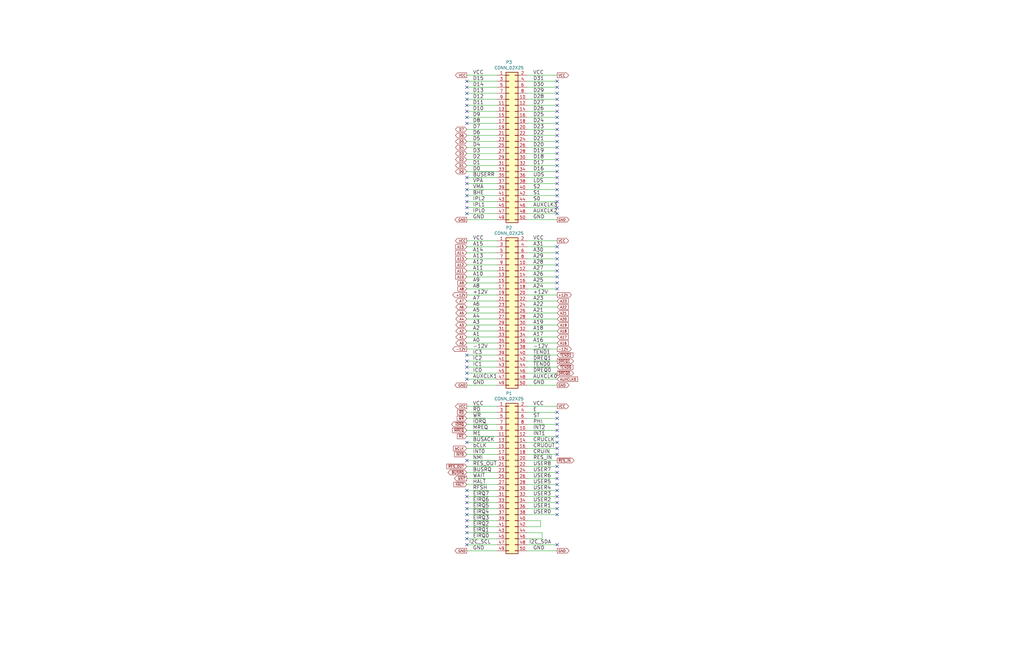
<source format=kicad_sch>
(kicad_sch (version 20211123) (generator eeschema)

  (uuid 4ad18172-4a6b-4b2c-b4ba-cae1aefed81c)

  (paper "B")

  (title_block
    (title "Duodyne TMS9995 CPU board")
    (date "2023-12-16")
    (rev "V1.0")
  )

  (lib_symbols
    (symbol "Connector_Generic:Conn_02x25_Odd_Even" (pin_names (offset 1.016) hide) (in_bom yes) (on_board yes)
      (property "Reference" "J" (id 0) (at 1.27 33.02 0)
        (effects (font (size 1.27 1.27)))
      )
      (property "Value" "Conn_02x25_Odd_Even" (id 1) (at 1.27 -33.02 0)
        (effects (font (size 1.27 1.27)))
      )
      (property "Footprint" "" (id 2) (at 0 0 0)
        (effects (font (size 1.27 1.27)) hide)
      )
      (property "Datasheet" "~" (id 3) (at 0 0 0)
        (effects (font (size 1.27 1.27)) hide)
      )
      (property "ki_keywords" "connector" (id 4) (at 0 0 0)
        (effects (font (size 1.27 1.27)) hide)
      )
      (property "ki_description" "Generic connector, double row, 02x25, odd/even pin numbering scheme (row 1 odd numbers, row 2 even numbers), script generated (kicad-library-utils/schlib/autogen/connector/)" (id 5) (at 0 0 0)
        (effects (font (size 1.27 1.27)) hide)
      )
      (property "ki_fp_filters" "Connector*:*_2x??_*" (id 6) (at 0 0 0)
        (effects (font (size 1.27 1.27)) hide)
      )
      (symbol "Conn_02x25_Odd_Even_1_1"
        (rectangle (start -1.27 -30.353) (end 0 -30.607)
          (stroke (width 0.1524) (type default) (color 0 0 0 0))
          (fill (type none))
        )
        (rectangle (start -1.27 -27.813) (end 0 -28.067)
          (stroke (width 0.1524) (type default) (color 0 0 0 0))
          (fill (type none))
        )
        (rectangle (start -1.27 -25.273) (end 0 -25.527)
          (stroke (width 0.1524) (type default) (color 0 0 0 0))
          (fill (type none))
        )
        (rectangle (start -1.27 -22.733) (end 0 -22.987)
          (stroke (width 0.1524) (type default) (color 0 0 0 0))
          (fill (type none))
        )
        (rectangle (start -1.27 -20.193) (end 0 -20.447)
          (stroke (width 0.1524) (type default) (color 0 0 0 0))
          (fill (type none))
        )
        (rectangle (start -1.27 -17.653) (end 0 -17.907)
          (stroke (width 0.1524) (type default) (color 0 0 0 0))
          (fill (type none))
        )
        (rectangle (start -1.27 -15.113) (end 0 -15.367)
          (stroke (width 0.1524) (type default) (color 0 0 0 0))
          (fill (type none))
        )
        (rectangle (start -1.27 -12.573) (end 0 -12.827)
          (stroke (width 0.1524) (type default) (color 0 0 0 0))
          (fill (type none))
        )
        (rectangle (start -1.27 -10.033) (end 0 -10.287)
          (stroke (width 0.1524) (type default) (color 0 0 0 0))
          (fill (type none))
        )
        (rectangle (start -1.27 -7.493) (end 0 -7.747)
          (stroke (width 0.1524) (type default) (color 0 0 0 0))
          (fill (type none))
        )
        (rectangle (start -1.27 -4.953) (end 0 -5.207)
          (stroke (width 0.1524) (type default) (color 0 0 0 0))
          (fill (type none))
        )
        (rectangle (start -1.27 -2.413) (end 0 -2.667)
          (stroke (width 0.1524) (type default) (color 0 0 0 0))
          (fill (type none))
        )
        (rectangle (start -1.27 0.127) (end 0 -0.127)
          (stroke (width 0.1524) (type default) (color 0 0 0 0))
          (fill (type none))
        )
        (rectangle (start -1.27 2.667) (end 0 2.413)
          (stroke (width 0.1524) (type default) (color 0 0 0 0))
          (fill (type none))
        )
        (rectangle (start -1.27 5.207) (end 0 4.953)
          (stroke (width 0.1524) (type default) (color 0 0 0 0))
          (fill (type none))
        )
        (rectangle (start -1.27 7.747) (end 0 7.493)
          (stroke (width 0.1524) (type default) (color 0 0 0 0))
          (fill (type none))
        )
        (rectangle (start -1.27 10.287) (end 0 10.033)
          (stroke (width 0.1524) (type default) (color 0 0 0 0))
          (fill (type none))
        )
        (rectangle (start -1.27 12.827) (end 0 12.573)
          (stroke (width 0.1524) (type default) (color 0 0 0 0))
          (fill (type none))
        )
        (rectangle (start -1.27 15.367) (end 0 15.113)
          (stroke (width 0.1524) (type default) (color 0 0 0 0))
          (fill (type none))
        )
        (rectangle (start -1.27 17.907) (end 0 17.653)
          (stroke (width 0.1524) (type default) (color 0 0 0 0))
          (fill (type none))
        )
        (rectangle (start -1.27 20.447) (end 0 20.193)
          (stroke (width 0.1524) (type default) (color 0 0 0 0))
          (fill (type none))
        )
        (rectangle (start -1.27 22.987) (end 0 22.733)
          (stroke (width 0.1524) (type default) (color 0 0 0 0))
          (fill (type none))
        )
        (rectangle (start -1.27 25.527) (end 0 25.273)
          (stroke (width 0.1524) (type default) (color 0 0 0 0))
          (fill (type none))
        )
        (rectangle (start -1.27 28.067) (end 0 27.813)
          (stroke (width 0.1524) (type default) (color 0 0 0 0))
          (fill (type none))
        )
        (rectangle (start -1.27 30.607) (end 0 30.353)
          (stroke (width 0.1524) (type default) (color 0 0 0 0))
          (fill (type none))
        )
        (rectangle (start -1.27 31.75) (end 3.81 -31.75)
          (stroke (width 0.254) (type default) (color 0 0 0 0))
          (fill (type background))
        )
        (rectangle (start 3.81 -30.353) (end 2.54 -30.607)
          (stroke (width 0.1524) (type default) (color 0 0 0 0))
          (fill (type none))
        )
        (rectangle (start 3.81 -27.813) (end 2.54 -28.067)
          (stroke (width 0.1524) (type default) (color 0 0 0 0))
          (fill (type none))
        )
        (rectangle (start 3.81 -25.273) (end 2.54 -25.527)
          (stroke (width 0.1524) (type default) (color 0 0 0 0))
          (fill (type none))
        )
        (rectangle (start 3.81 -22.733) (end 2.54 -22.987)
          (stroke (width 0.1524) (type default) (color 0 0 0 0))
          (fill (type none))
        )
        (rectangle (start 3.81 -20.193) (end 2.54 -20.447)
          (stroke (width 0.1524) (type default) (color 0 0 0 0))
          (fill (type none))
        )
        (rectangle (start 3.81 -17.653) (end 2.54 -17.907)
          (stroke (width 0.1524) (type default) (color 0 0 0 0))
          (fill (type none))
        )
        (rectangle (start 3.81 -15.113) (end 2.54 -15.367)
          (stroke (width 0.1524) (type default) (color 0 0 0 0))
          (fill (type none))
        )
        (rectangle (start 3.81 -12.573) (end 2.54 -12.827)
          (stroke (width 0.1524) (type default) (color 0 0 0 0))
          (fill (type none))
        )
        (rectangle (start 3.81 -10.033) (end 2.54 -10.287)
          (stroke (width 0.1524) (type default) (color 0 0 0 0))
          (fill (type none))
        )
        (rectangle (start 3.81 -7.493) (end 2.54 -7.747)
          (stroke (width 0.1524) (type default) (color 0 0 0 0))
          (fill (type none))
        )
        (rectangle (start 3.81 -4.953) (end 2.54 -5.207)
          (stroke (width 0.1524) (type default) (color 0 0 0 0))
          (fill (type none))
        )
        (rectangle (start 3.81 -2.413) (end 2.54 -2.667)
          (stroke (width 0.1524) (type default) (color 0 0 0 0))
          (fill (type none))
        )
        (rectangle (start 3.81 0.127) (end 2.54 -0.127)
          (stroke (width 0.1524) (type default) (color 0 0 0 0))
          (fill (type none))
        )
        (rectangle (start 3.81 2.667) (end 2.54 2.413)
          (stroke (width 0.1524) (type default) (color 0 0 0 0))
          (fill (type none))
        )
        (rectangle (start 3.81 5.207) (end 2.54 4.953)
          (stroke (width 0.1524) (type default) (color 0 0 0 0))
          (fill (type none))
        )
        (rectangle (start 3.81 7.747) (end 2.54 7.493)
          (stroke (width 0.1524) (type default) (color 0 0 0 0))
          (fill (type none))
        )
        (rectangle (start 3.81 10.287) (end 2.54 10.033)
          (stroke (width 0.1524) (type default) (color 0 0 0 0))
          (fill (type none))
        )
        (rectangle (start 3.81 12.827) (end 2.54 12.573)
          (stroke (width 0.1524) (type default) (color 0 0 0 0))
          (fill (type none))
        )
        (rectangle (start 3.81 15.367) (end 2.54 15.113)
          (stroke (width 0.1524) (type default) (color 0 0 0 0))
          (fill (type none))
        )
        (rectangle (start 3.81 17.907) (end 2.54 17.653)
          (stroke (width 0.1524) (type default) (color 0 0 0 0))
          (fill (type none))
        )
        (rectangle (start 3.81 20.447) (end 2.54 20.193)
          (stroke (width 0.1524) (type default) (color 0 0 0 0))
          (fill (type none))
        )
        (rectangle (start 3.81 22.987) (end 2.54 22.733)
          (stroke (width 0.1524) (type default) (color 0 0 0 0))
          (fill (type none))
        )
        (rectangle (start 3.81 25.527) (end 2.54 25.273)
          (stroke (width 0.1524) (type default) (color 0 0 0 0))
          (fill (type none))
        )
        (rectangle (start 3.81 28.067) (end 2.54 27.813)
          (stroke (width 0.1524) (type default) (color 0 0 0 0))
          (fill (type none))
        )
        (rectangle (start 3.81 30.607) (end 2.54 30.353)
          (stroke (width 0.1524) (type default) (color 0 0 0 0))
          (fill (type none))
        )
        (pin passive line (at -5.08 30.48 0) (length 3.81)
          (name "Pin_1" (effects (font (size 1.27 1.27))))
          (number "1" (effects (font (size 1.27 1.27))))
        )
        (pin passive line (at 7.62 20.32 180) (length 3.81)
          (name "Pin_10" (effects (font (size 1.27 1.27))))
          (number "10" (effects (font (size 1.27 1.27))))
        )
        (pin passive line (at -5.08 17.78 0) (length 3.81)
          (name "Pin_11" (effects (font (size 1.27 1.27))))
          (number "11" (effects (font (size 1.27 1.27))))
        )
        (pin passive line (at 7.62 17.78 180) (length 3.81)
          (name "Pin_12" (effects (font (size 1.27 1.27))))
          (number "12" (effects (font (size 1.27 1.27))))
        )
        (pin passive line (at -5.08 15.24 0) (length 3.81)
          (name "Pin_13" (effects (font (size 1.27 1.27))))
          (number "13" (effects (font (size 1.27 1.27))))
        )
        (pin passive line (at 7.62 15.24 180) (length 3.81)
          (name "Pin_14" (effects (font (size 1.27 1.27))))
          (number "14" (effects (font (size 1.27 1.27))))
        )
        (pin passive line (at -5.08 12.7 0) (length 3.81)
          (name "Pin_15" (effects (font (size 1.27 1.27))))
          (number "15" (effects (font (size 1.27 1.27))))
        )
        (pin passive line (at 7.62 12.7 180) (length 3.81)
          (name "Pin_16" (effects (font (size 1.27 1.27))))
          (number "16" (effects (font (size 1.27 1.27))))
        )
        (pin passive line (at -5.08 10.16 0) (length 3.81)
          (name "Pin_17" (effects (font (size 1.27 1.27))))
          (number "17" (effects (font (size 1.27 1.27))))
        )
        (pin passive line (at 7.62 10.16 180) (length 3.81)
          (name "Pin_18" (effects (font (size 1.27 1.27))))
          (number "18" (effects (font (size 1.27 1.27))))
        )
        (pin passive line (at -5.08 7.62 0) (length 3.81)
          (name "Pin_19" (effects (font (size 1.27 1.27))))
          (number "19" (effects (font (size 1.27 1.27))))
        )
        (pin passive line (at 7.62 30.48 180) (length 3.81)
          (name "Pin_2" (effects (font (size 1.27 1.27))))
          (number "2" (effects (font (size 1.27 1.27))))
        )
        (pin passive line (at 7.62 7.62 180) (length 3.81)
          (name "Pin_20" (effects (font (size 1.27 1.27))))
          (number "20" (effects (font (size 1.27 1.27))))
        )
        (pin passive line (at -5.08 5.08 0) (length 3.81)
          (name "Pin_21" (effects (font (size 1.27 1.27))))
          (number "21" (effects (font (size 1.27 1.27))))
        )
        (pin passive line (at 7.62 5.08 180) (length 3.81)
          (name "Pin_22" (effects (font (size 1.27 1.27))))
          (number "22" (effects (font (size 1.27 1.27))))
        )
        (pin passive line (at -5.08 2.54 0) (length 3.81)
          (name "Pin_23" (effects (font (size 1.27 1.27))))
          (number "23" (effects (font (size 1.27 1.27))))
        )
        (pin passive line (at 7.62 2.54 180) (length 3.81)
          (name "Pin_24" (effects (font (size 1.27 1.27))))
          (number "24" (effects (font (size 1.27 1.27))))
        )
        (pin passive line (at -5.08 0 0) (length 3.81)
          (name "Pin_25" (effects (font (size 1.27 1.27))))
          (number "25" (effects (font (size 1.27 1.27))))
        )
        (pin passive line (at 7.62 0 180) (length 3.81)
          (name "Pin_26" (effects (font (size 1.27 1.27))))
          (number "26" (effects (font (size 1.27 1.27))))
        )
        (pin passive line (at -5.08 -2.54 0) (length 3.81)
          (name "Pin_27" (effects (font (size 1.27 1.27))))
          (number "27" (effects (font (size 1.27 1.27))))
        )
        (pin passive line (at 7.62 -2.54 180) (length 3.81)
          (name "Pin_28" (effects (font (size 1.27 1.27))))
          (number "28" (effects (font (size 1.27 1.27))))
        )
        (pin passive line (at -5.08 -5.08 0) (length 3.81)
          (name "Pin_29" (effects (font (size 1.27 1.27))))
          (number "29" (effects (font (size 1.27 1.27))))
        )
        (pin passive line (at -5.08 27.94 0) (length 3.81)
          (name "Pin_3" (effects (font (size 1.27 1.27))))
          (number "3" (effects (font (size 1.27 1.27))))
        )
        (pin passive line (at 7.62 -5.08 180) (length 3.81)
          (name "Pin_30" (effects (font (size 1.27 1.27))))
          (number "30" (effects (font (size 1.27 1.27))))
        )
        (pin passive line (at -5.08 -7.62 0) (length 3.81)
          (name "Pin_31" (effects (font (size 1.27 1.27))))
          (number "31" (effects (font (size 1.27 1.27))))
        )
        (pin passive line (at 7.62 -7.62 180) (length 3.81)
          (name "Pin_32" (effects (font (size 1.27 1.27))))
          (number "32" (effects (font (size 1.27 1.27))))
        )
        (pin passive line (at -5.08 -10.16 0) (length 3.81)
          (name "Pin_33" (effects (font (size 1.27 1.27))))
          (number "33" (effects (font (size 1.27 1.27))))
        )
        (pin passive line (at 7.62 -10.16 180) (length 3.81)
          (name "Pin_34" (effects (font (size 1.27 1.27))))
          (number "34" (effects (font (size 1.27 1.27))))
        )
        (pin passive line (at -5.08 -12.7 0) (length 3.81)
          (name "Pin_35" (effects (font (size 1.27 1.27))))
          (number "35" (effects (font (size 1.27 1.27))))
        )
        (pin passive line (at 7.62 -12.7 180) (length 3.81)
          (name "Pin_36" (effects (font (size 1.27 1.27))))
          (number "36" (effects (font (size 1.27 1.27))))
        )
        (pin passive line (at -5.08 -15.24 0) (length 3.81)
          (name "Pin_37" (effects (font (size 1.27 1.27))))
          (number "37" (effects (font (size 1.27 1.27))))
        )
        (pin passive line (at 7.62 -15.24 180) (length 3.81)
          (name "Pin_38" (effects (font (size 1.27 1.27))))
          (number "38" (effects (font (size 1.27 1.27))))
        )
        (pin passive line (at -5.08 -17.78 0) (length 3.81)
          (name "Pin_39" (effects (font (size 1.27 1.27))))
          (number "39" (effects (font (size 1.27 1.27))))
        )
        (pin passive line (at 7.62 27.94 180) (length 3.81)
          (name "Pin_4" (effects (font (size 1.27 1.27))))
          (number "4" (effects (font (size 1.27 1.27))))
        )
        (pin passive line (at 7.62 -17.78 180) (length 3.81)
          (name "Pin_40" (effects (font (size 1.27 1.27))))
          (number "40" (effects (font (size 1.27 1.27))))
        )
        (pin passive line (at -5.08 -20.32 0) (length 3.81)
          (name "Pin_41" (effects (font (size 1.27 1.27))))
          (number "41" (effects (font (size 1.27 1.27))))
        )
        (pin passive line (at 7.62 -20.32 180) (length 3.81)
          (name "Pin_42" (effects (font (size 1.27 1.27))))
          (number "42" (effects (font (size 1.27 1.27))))
        )
        (pin passive line (at -5.08 -22.86 0) (length 3.81)
          (name "Pin_43" (effects (font (size 1.27 1.27))))
          (number "43" (effects (font (size 1.27 1.27))))
        )
        (pin passive line (at 7.62 -22.86 180) (length 3.81)
          (name "Pin_44" (effects (font (size 1.27 1.27))))
          (number "44" (effects (font (size 1.27 1.27))))
        )
        (pin passive line (at -5.08 -25.4 0) (length 3.81)
          (name "Pin_45" (effects (font (size 1.27 1.27))))
          (number "45" (effects (font (size 1.27 1.27))))
        )
        (pin passive line (at 7.62 -25.4 180) (length 3.81)
          (name "Pin_46" (effects (font (size 1.27 1.27))))
          (number "46" (effects (font (size 1.27 1.27))))
        )
        (pin passive line (at -5.08 -27.94 0) (length 3.81)
          (name "Pin_47" (effects (font (size 1.27 1.27))))
          (number "47" (effects (font (size 1.27 1.27))))
        )
        (pin passive line (at 7.62 -27.94 180) (length 3.81)
          (name "Pin_48" (effects (font (size 1.27 1.27))))
          (number "48" (effects (font (size 1.27 1.27))))
        )
        (pin passive line (at -5.08 -30.48 0) (length 3.81)
          (name "Pin_49" (effects (font (size 1.27 1.27))))
          (number "49" (effects (font (size 1.27 1.27))))
        )
        (pin passive line (at -5.08 25.4 0) (length 3.81)
          (name "Pin_5" (effects (font (size 1.27 1.27))))
          (number "5" (effects (font (size 1.27 1.27))))
        )
        (pin passive line (at 7.62 -30.48 180) (length 3.81)
          (name "Pin_50" (effects (font (size 1.27 1.27))))
          (number "50" (effects (font (size 1.27 1.27))))
        )
        (pin passive line (at 7.62 25.4 180) (length 3.81)
          (name "Pin_6" (effects (font (size 1.27 1.27))))
          (number "6" (effects (font (size 1.27 1.27))))
        )
        (pin passive line (at -5.08 22.86 0) (length 3.81)
          (name "Pin_7" (effects (font (size 1.27 1.27))))
          (number "7" (effects (font (size 1.27 1.27))))
        )
        (pin passive line (at 7.62 22.86 180) (length 3.81)
          (name "Pin_8" (effects (font (size 1.27 1.27))))
          (number "8" (effects (font (size 1.27 1.27))))
        )
        (pin passive line (at -5.08 20.32 0) (length 3.81)
          (name "Pin_9" (effects (font (size 1.27 1.27))))
          (number "9" (effects (font (size 1.27 1.27))))
        )
      )
    )
  )


  (no_connect (at 234.95 34.29) (uuid 058969fd-78a3-4233-b47b-1da5d6f2d070))
  (no_connect (at 196.85 157.48) (uuid 07c2a645-a798-41db-8926-3f3444f14e05))
  (no_connect (at 234.95 179.07) (uuid 0a5f8f8f-d458-45c3-858f-c43c858b0282))
  (no_connect (at 196.85 194.31) (uuid 0ac580f8-59ab-4156-af83-ff2c27ecdf99))
  (no_connect (at 234.95 217.17) (uuid 0c3a598a-2ffd-4c4e-85fe-0138cc30c094))
  (no_connect (at 234.95 212.09) (uuid 10992f37-698d-41fc-8830-e768e44e43b9))
  (no_connect (at 234.95 116.84) (uuid 1197d0c6-071c-4c52-9753-fe6c00e01cf2))
  (no_connect (at 196.85 41.91) (uuid 154e3dd9-a480-438a-8fc1-2f9876e7351d))
  (no_connect (at 196.85 85.09) (uuid 1b05d6ce-8d6b-463a-ae45-0b2ef9c5353b))
  (no_connect (at 234.95 199.39) (uuid 1c2e7d16-6239-403f-9001-7d481254ecbf))
  (no_connect (at 196.85 219.71) (uuid 1cb299c6-0b34-4705-95a8-27996b699737))
  (no_connect (at 196.85 214.63) (uuid 1d325a56-508e-4a9d-99f0-5200880677bd))
  (no_connect (at 234.95 184.15) (uuid 1e5eb35c-6dac-4b5e-8aa4-ea50aa7c9e87))
  (no_connect (at 234.95 41.91) (uuid 20151a36-6bbb-4769-9ffd-b60cfed7489f))
  (no_connect (at 196.85 224.79) (uuid 2259e7e1-0034-4c83-8b9d-47adead892fb))
  (no_connect (at 196.85 149.86) (uuid 241875f9-6e2d-4b32-a6ab-840c71c6472a))
  (no_connect (at 234.95 90.17) (uuid 251bfc8e-ebea-4e00-945d-723f85811d85))
  (no_connect (at 234.95 64.77) (uuid 261b3621-8dab-46b1-b290-04ac3ace5f22))
  (no_connect (at 234.95 85.09) (uuid 28cbdf6f-67a6-4e61-940e-0a5eb0664898))
  (no_connect (at 196.85 36.83) (uuid 2ce7c871-a025-42f0-a9c0-3f3f12d6ea84))
  (no_connect (at 234.95 229.87) (uuid 33033811-efc2-4624-a737-369e29b13742))
  (no_connect (at 234.95 36.83) (uuid 3357bf0a-7d12-48d3-8c96-ffdd80b3afe4))
  (no_connect (at 196.85 52.07) (uuid 34265a5e-a160-4caa-a5ac-c69b264deb14))
  (no_connect (at 234.95 69.85) (uuid 350c3d8f-3ef3-4021-953f-707f329af542))
  (no_connect (at 196.85 222.25) (uuid 3857fc6e-6bc0-49e4-af9b-c9e833633446))
  (no_connect (at 234.95 77.47) (uuid 3a89ae60-3f34-42e6-82e6-87eed8445bfb))
  (no_connect (at 234.95 196.85) (uuid 3ba7135b-42a8-4cc3-afb5-1457aeb7447e))
  (no_connect (at 196.85 152.4) (uuid 3ef909ec-10d8-4f2e-b814-39c24c77d748))
  (no_connect (at 234.95 181.61) (uuid 41f2aade-923d-445a-b0a9-aeeb2e8d4b20))
  (no_connect (at 234.95 39.37) (uuid 4af16dab-a20d-492f-b984-d0ef7db2111f))
  (no_connect (at 234.95 204.47) (uuid 4b5dc6b0-421f-4993-a031-a2c8f979b013))
  (no_connect (at 234.95 214.63) (uuid 4c3b8d3d-851e-4f04-a10f-f8c7726ed25f))
  (no_connect (at 196.85 186.69) (uuid 4c87128f-4567-4291-8f44-9c4bb4aca28e))
  (no_connect (at 234.95 106.68) (uuid 4f07c253-ac36-4cc8-82ff-a81aec64d778))
  (no_connect (at 234.95 186.69) (uuid 4fea853b-162a-4ed3-a356-6b8d54307e59))
  (no_connect (at 196.85 227.33) (uuid 519b775b-9648-48e8-8c42-c98f2df25e15))
  (no_connect (at 196.85 34.29) (uuid 5937d7f0-0c47-4ed0-9064-434974a9947c))
  (no_connect (at 196.85 49.53) (uuid 5989a81b-9f7c-4c55-9b2d-cbb07b9388ce))
  (no_connect (at 234.95 201.93) (uuid 5db7ef13-d513-4f02-aae8-1626ba59097b))
  (no_connect (at 234.95 104.14) (uuid 60cf3256-2b4b-48fe-bb00-613ace6bcd2d))
  (no_connect (at 234.95 173.99) (uuid 6433fa88-f4a4-46c0-bcbc-f7b34b99fb01))
  (no_connect (at 234.95 191.77) (uuid 66df14de-ae8d-42b0-a56b-fd9679e82fc7))
  (no_connect (at 234.95 189.23) (uuid 67ce1656-bca6-401b-9c77-6c2bb5fd5275))
  (no_connect (at 234.95 59.69) (uuid 690e20ab-edd9-4ba0-a4bf-b38be5d67b42))
  (no_connect (at 234.95 80.01) (uuid 70ffb159-47bf-4901-a685-63b72c6889cc))
  (no_connect (at 234.95 74.93) (uuid 71b52b14-a770-4a34-a614-cb576077a499))
  (no_connect (at 234.95 209.55) (uuid 79d8dc3c-ce4d-4c3f-805e-16965709a2c0))
  (no_connect (at 234.95 52.07) (uuid 8357590e-19d8-4254-860f-578f2cb3fd24))
  (no_connect (at 196.85 77.47) (uuid 8d03f8b4-3ec1-4e76-8572-a73deea13ba1))
  (no_connect (at 196.85 212.09) (uuid 8dd514d7-b58d-4bf9-a88c-12e924e8452e))
  (no_connect (at 234.95 62.23) (uuid 90f67c2f-74cb-44d4-b959-4845d22d8b0a))
  (no_connect (at 196.85 82.55) (uuid 916fb3b8-25d5-4098-a3fc-27f3a0c7e92b))
  (no_connect (at 234.95 109.22) (uuid 91fbca0a-9856-46b2-85e3-537f00eae2d2))
  (no_connect (at 234.95 121.92) (uuid 93975b8f-b648-4f27-a3df-e5db856c71f6))
  (no_connect (at 196.85 90.17) (uuid 958b95b7-587b-4764-9b99-e4e95d1c7a3f))
  (no_connect (at 234.95 44.45) (uuid 98f83a09-56ac-4616-a95c-45d8568e571c))
  (no_connect (at 196.85 207.01) (uuid 9b7454ba-740d-4730-b708-2ede1b47378e))
  (no_connect (at 234.95 111.76) (uuid 9d32d798-e23f-44f1-b6bc-5ccf9fe58bdf))
  (no_connect (at 196.85 229.87) (uuid 9d99cec6-00b4-4cf9-a1b2-411b22353c5a))
  (no_connect (at 196.85 217.17) (uuid a4ffff00-fc6f-4bac-b1ba-6ec836904cb8))
  (no_connect (at 234.95 54.61) (uuid a6d76eab-6acb-41fd-8a5d-6de771d5c836))
  (no_connect (at 234.95 46.99) (uuid a84b8a97-96ce-4aa8-91fa-1a863c9a998a))
  (no_connect (at 234.95 49.53) (uuid aabb4104-d0bb-43ec-9663-1fb94effb5e5))
  (no_connect (at 234.95 72.39) (uuid b96ebb72-05f8-4377-b3df-eeb929275e18))
  (no_connect (at 234.95 207.01) (uuid ba9dfc33-d48e-4145-ac98-0fea8f5ce5ad))
  (no_connect (at 234.95 176.53) (uuid bc71f537-36fe-46b3-a522-05537469122c))
  (no_connect (at 196.85 154.94) (uuid c08bf363-fbf8-4063-bb40-ce04445d4f50))
  (no_connect (at 234.95 87.63) (uuid c568bf00-8f85-491f-827e-a71e4fb959d9))
  (no_connect (at 196.85 74.93) (uuid ccb2409b-d3da-43f8-9ffd-8146aff08b32))
  (no_connect (at 196.85 209.55) (uuid d0554d0b-d162-45df-8f8c-52b6597febeb))
  (no_connect (at 234.95 119.38) (uuid d05fe3d2-b45c-4ddd-bbd1-b1f0ddfb7bbb))
  (no_connect (at 234.95 67.31) (uuid d477e638-5afa-431d-bf34-6143ba5e9a5c))
  (no_connect (at 234.95 114.3) (uuid d8fa4bb0-2841-40f6-a67b-0f52c428713c))
  (no_connect (at 196.85 87.63) (uuid df5ac77e-0bd9-4565-beed-6e479f696b1a))
  (no_connect (at 196.85 46.99) (uuid e4349b70-e785-41db-af53-59f85d867458))
  (no_connect (at 234.95 82.55) (uuid e65b6351-ae9c-4c58-b2a3-fdf5d714e311))
  (no_connect (at 196.85 39.37) (uuid eb9605b0-eb70-49f3-9a60-c04fbb8eceb5))
  (no_connect (at 196.85 160.02) (uuid f57f0f49-80e7-4c86-9d78-b72c3cb2c743))
  (no_connect (at 234.95 57.15) (uuid f5dceb0f-9a5f-40e9-8751-469f0d245c06))
  (no_connect (at 196.85 80.01) (uuid f6377170-bd04-4c37-977a-0dfd483d5c45))
  (no_connect (at 196.85 44.45) (uuid ff412e31-7f63-42a9-971f-95670b7ac9a0))

  (wire (pts (xy 222.25 34.29) (xy 234.95 34.29))
    (stroke (width 0) (type default) (color 0 0 0 0))
    (uuid 015e6ae4-4a85-4f7d-a356-781cb7e06b02)
  )
  (wire (pts (xy 222.25 132.08) (xy 234.95 132.08))
    (stroke (width 0) (type default) (color 0 0 0 0))
    (uuid 01ae987f-e09d-4a13-bd92-8c99fe419fb5)
  )
  (wire (pts (xy 222.25 152.4) (xy 234.95 152.4))
    (stroke (width 0) (type default) (color 0 0 0 0))
    (uuid 03d9460c-2e49-41da-b998-0b86f92e053c)
  )
  (wire (pts (xy 196.85 214.63) (xy 209.55 214.63))
    (stroke (width 0) (type default) (color 0 0 0 0))
    (uuid 06087901-0561-4676-bb45-506736d9d2c2)
  )
  (wire (pts (xy 196.85 147.32) (xy 209.55 147.32))
    (stroke (width 0) (type default) (color 0 0 0 0))
    (uuid 062a3b59-80ee-4466-8c5e-ce05fe893949)
  )
  (wire (pts (xy 196.85 39.37) (xy 209.55 39.37))
    (stroke (width 0) (type default) (color 0 0 0 0))
    (uuid 088b26c8-e001-406f-956d-7bdd1e2b39e6)
  )
  (wire (pts (xy 196.85 114.3) (xy 209.55 114.3))
    (stroke (width 0) (type default) (color 0 0 0 0))
    (uuid 095ce988-0631-4eaf-be3e-181bd8c3ab70)
  )
  (wire (pts (xy 234.95 176.53) (xy 222.25 176.53))
    (stroke (width 0) (type default) (color 0 0 0 0))
    (uuid 0acf9111-3b4c-4670-9640-b7ff6f56dc63)
  )
  (wire (pts (xy 196.85 109.22) (xy 209.55 109.22))
    (stroke (width 0) (type default) (color 0 0 0 0))
    (uuid 0afc2acf-9823-4606-8473-ff6a4369ddb2)
  )
  (wire (pts (xy 222.25 44.45) (xy 234.95 44.45))
    (stroke (width 0) (type default) (color 0 0 0 0))
    (uuid 0c884251-b2f0-4206-922d-23e60890c8ff)
  )
  (wire (pts (xy 196.85 104.14) (xy 209.55 104.14))
    (stroke (width 0) (type default) (color 0 0 0 0))
    (uuid 1143724f-5f79-47ef-bced-ea946d3c82b4)
  )
  (wire (pts (xy 196.85 186.69) (xy 209.55 186.69))
    (stroke (width 0) (type default) (color 0 0 0 0))
    (uuid 149d89b9-4b6e-41a2-bbd2-4b901c2826c5)
  )
  (wire (pts (xy 222.25 101.6) (xy 234.95 101.6))
    (stroke (width 0) (type default) (color 0 0 0 0))
    (uuid 14a9207a-796f-47bb-94da-844edd1f8060)
  )
  (wire (pts (xy 196.85 64.77) (xy 209.55 64.77))
    (stroke (width 0) (type default) (color 0 0 0 0))
    (uuid 16ea66ad-6046-40c9-be55-432575d106c7)
  )
  (wire (pts (xy 196.85 224.79) (xy 209.55 224.79))
    (stroke (width 0) (type default) (color 0 0 0 0))
    (uuid 19a1879f-a7fe-4352-9558-c748cdcdc0a0)
  )
  (wire (pts (xy 222.25 212.09) (xy 234.95 212.09))
    (stroke (width 0) (type default) (color 0 0 0 0))
    (uuid 1d6ff72b-20ab-411c-9a9d-27595f841582)
  )
  (wire (pts (xy 222.25 72.39) (xy 234.95 72.39))
    (stroke (width 0) (type default) (color 0 0 0 0))
    (uuid 1da900cf-a19d-417c-9beb-de0733080b97)
  )
  (wire (pts (xy 196.85 121.92) (xy 209.55 121.92))
    (stroke (width 0) (type default) (color 0 0 0 0))
    (uuid 1ee85c3e-3b42-4263-8b10-7c569710b88d)
  )
  (wire (pts (xy 222.25 142.24) (xy 234.95 142.24))
    (stroke (width 0) (type default) (color 0 0 0 0))
    (uuid 1f6496ce-7bec-41f8-b88c-34c9025d9923)
  )
  (wire (pts (xy 222.25 31.75) (xy 234.95 31.75))
    (stroke (width 0) (type default) (color 0 0 0 0))
    (uuid 20d3ef78-257a-4906-99dd-d3a46b3343cf)
  )
  (wire (pts (xy 196.85 191.77) (xy 209.55 191.77))
    (stroke (width 0) (type default) (color 0 0 0 0))
    (uuid 216013b2-5c8b-4ed8-874c-e701f4dc69d6)
  )
  (wire (pts (xy 222.25 207.01) (xy 234.95 207.01))
    (stroke (width 0) (type default) (color 0 0 0 0))
    (uuid 2275ab55-2a17-493a-9e5c-658740db9b0f)
  )
  (wire (pts (xy 209.55 77.47) (xy 196.85 77.47))
    (stroke (width 0) (type default) (color 0 0 0 0))
    (uuid 2288caf2-a19b-491f-9eca-8df574b40125)
  )
  (wire (pts (xy 227.965 219.71) (xy 227.965 222.25))
    (stroke (width 0) (type default) (color 0 0 0 0))
    (uuid 22de3164-d9b5-4ea3-b9b8-3eff806bbb65)
  )
  (wire (pts (xy 222.25 39.37) (xy 234.95 39.37))
    (stroke (width 0) (type default) (color 0 0 0 0))
    (uuid 22de71a6-e918-4c27-b682-605ae6544548)
  )
  (wire (pts (xy 222.25 82.55) (xy 234.95 82.55))
    (stroke (width 0) (type default) (color 0 0 0 0))
    (uuid 257c6f54-7219-4234-94b8-f8bde1fae0f3)
  )
  (wire (pts (xy 222.25 147.32) (xy 234.95 147.32))
    (stroke (width 0) (type default) (color 0 0 0 0))
    (uuid 25f256c4-fc1f-4270-b8af-3f681820d4fe)
  )
  (wire (pts (xy 196.85 184.15) (xy 209.55 184.15))
    (stroke (width 0) (type default) (color 0 0 0 0))
    (uuid 2983c20e-2b6a-4507-9526-e0c2e1dc7a94)
  )
  (wire (pts (xy 196.85 134.62) (xy 209.55 134.62))
    (stroke (width 0) (type default) (color 0 0 0 0))
    (uuid 2ffd5d9f-bf92-4a99-93c4-124518a390f9)
  )
  (wire (pts (xy 196.85 139.7) (xy 209.55 139.7))
    (stroke (width 0) (type default) (color 0 0 0 0))
    (uuid 3025a445-7845-4c92-9ef2-775e14680b3c)
  )
  (wire (pts (xy 222.25 217.17) (xy 234.95 217.17))
    (stroke (width 0) (type default) (color 0 0 0 0))
    (uuid 30a1f3c3-8ffb-4174-8db2-f4494ebfba65)
  )
  (wire (pts (xy 196.85 57.15) (xy 209.55 57.15))
    (stroke (width 0) (type default) (color 0 0 0 0))
    (uuid 30aad04f-91ab-4729-aa19-eecac49f2ca3)
  )
  (wire (pts (xy 222.25 194.31) (xy 234.95 194.31))
    (stroke (width 0) (type default) (color 0 0 0 0))
    (uuid 30fe5710-fc44-448e-8901-4238bca5b0bf)
  )
  (wire (pts (xy 222.25 137.16) (xy 234.95 137.16))
    (stroke (width 0) (type default) (color 0 0 0 0))
    (uuid 356fdd1f-b5ed-443c-bc82-b2c9dc898812)
  )
  (wire (pts (xy 228.6 227.33) (xy 222.25 227.33))
    (stroke (width 0) (type default) (color 0 0 0 0))
    (uuid 37b9fe31-b746-402b-af1b-ea3b9c96db3a)
  )
  (wire (pts (xy 196.85 176.53) (xy 209.55 176.53))
    (stroke (width 0) (type default) (color 0 0 0 0))
    (uuid 3a3a0215-65e9-4d9b-895a-10d3a874ff5b)
  )
  (wire (pts (xy 196.85 67.31) (xy 209.55 67.31))
    (stroke (width 0) (type default) (color 0 0 0 0))
    (uuid 3a63b37f-a0e2-4ba3-9e29-b598b43aa08c)
  )
  (wire (pts (xy 222.25 36.83) (xy 234.95 36.83))
    (stroke (width 0) (type default) (color 0 0 0 0))
    (uuid 3b074c40-757b-4617-8f9d-f2141c679c70)
  )
  (wire (pts (xy 196.85 36.83) (xy 209.55 36.83))
    (stroke (width 0) (type default) (color 0 0 0 0))
    (uuid 3c6ee23d-51a3-4685-95dc-15fe747c6176)
  )
  (wire (pts (xy 222.25 52.07) (xy 234.95 52.07))
    (stroke (width 0) (type default) (color 0 0 0 0))
    (uuid 3d506672-72d5-42bc-aa01-4cd308f794d2)
  )
  (wire (pts (xy 234.95 184.15) (xy 222.25 184.15))
    (stroke (width 0) (type default) (color 0 0 0 0))
    (uuid 3f51dfce-f434-4cb6-b072-58423c5fa239)
  )
  (wire (pts (xy 196.85 171.45) (xy 209.55 171.45))
    (stroke (width 0) (type default) (color 0 0 0 0))
    (uuid 41e5ac7c-8860-4500-ba9a-70e208d7559f)
  )
  (wire (pts (xy 196.85 199.39) (xy 209.55 199.39))
    (stroke (width 0) (type default) (color 0 0 0 0))
    (uuid 43090334-0a0f-4e28-adac-31caf4706c2f)
  )
  (wire (pts (xy 196.85 196.85) (xy 209.55 196.85))
    (stroke (width 0) (type default) (color 0 0 0 0))
    (uuid 435d406d-4be9-41cc-a531-cc9f88567716)
  )
  (wire (pts (xy 222.25 119.38) (xy 234.95 119.38))
    (stroke (width 0) (type default) (color 0 0 0 0))
    (uuid 4a3122f9-21e9-4aec-93d9-6e65679f13ee)
  )
  (wire (pts (xy 196.85 137.16) (xy 209.55 137.16))
    (stroke (width 0) (type default) (color 0 0 0 0))
    (uuid 4a7296dd-bcc7-4b1b-9672-49ae08106fcf)
  )
  (wire (pts (xy 196.85 54.61) (xy 209.55 54.61))
    (stroke (width 0) (type default) (color 0 0 0 0))
    (uuid 4cea438f-e83f-4f69-abfa-5f4b0ff2c311)
  )
  (wire (pts (xy 196.85 116.84) (xy 209.55 116.84))
    (stroke (width 0) (type default) (color 0 0 0 0))
    (uuid 52d96259-6691-4e52-aa13-9088221390d2)
  )
  (wire (pts (xy 222.25 160.02) (xy 234.95 160.02))
    (stroke (width 0) (type default) (color 0 0 0 0))
    (uuid 538c100d-9381-45ab-8bfa-2ead33d43609)
  )
  (wire (pts (xy 209.55 152.4) (xy 196.85 152.4))
    (stroke (width 0) (type default) (color 0 0 0 0))
    (uuid 5720b020-64c3-4251-b6f9-13103bb544ca)
  )
  (wire (pts (xy 222.25 67.31) (xy 234.95 67.31))
    (stroke (width 0) (type default) (color 0 0 0 0))
    (uuid 573d3863-ee0c-44a3-bcc9-4211af4ebd14)
  )
  (wire (pts (xy 234.95 173.99) (xy 222.25 173.99))
    (stroke (width 0) (type default) (color 0 0 0 0))
    (uuid 579c3322-ca77-4e8d-b28b-04e7d548e77a)
  )
  (wire (pts (xy 209.55 229.87) (xy 196.85 229.87))
    (stroke (width 0) (type default) (color 0 0 0 0))
    (uuid 58074ba5-2764-497f-bc47-9df3dfb99e38)
  )
  (wire (pts (xy 222.25 109.22) (xy 234.95 109.22))
    (stroke (width 0) (type default) (color 0 0 0 0))
    (uuid 593740b3-b836-4045-9d87-801a3213bdda)
  )
  (wire (pts (xy 196.85 209.55) (xy 209.55 209.55))
    (stroke (width 0) (type default) (color 0 0 0 0))
    (uuid 5af9e736-7361-462c-82a2-7bddf6be0300)
  )
  (wire (pts (xy 234.95 186.69) (xy 222.25 186.69))
    (stroke (width 0) (type default) (color 0 0 0 0))
    (uuid 5cfb28ca-b179-4fe5-a023-ed0c3f23eba4)
  )
  (wire (pts (xy 222.25 157.48) (xy 234.95 157.48))
    (stroke (width 0) (type default) (color 0 0 0 0))
    (uuid 5df3ed73-3702-455b-97ce-273fcedcb607)
  )
  (wire (pts (xy 222.25 41.91) (xy 234.95 41.91))
    (stroke (width 0) (type default) (color 0 0 0 0))
    (uuid 5f097677-6f11-4d97-ac79-f4fa73870fd2)
  )
  (wire (pts (xy 196.85 62.23) (xy 209.55 62.23))
    (stroke (width 0) (type default) (color 0 0 0 0))
    (uuid 5f57237e-e096-40c5-adcd-f440b47d1f51)
  )
  (wire (pts (xy 196.85 34.29) (xy 209.55 34.29))
    (stroke (width 0) (type default) (color 0 0 0 0))
    (uuid 60bcc42d-9ca1-4a89-88b7-aad9e8e125f8)
  )
  (wire (pts (xy 222.25 59.69) (xy 234.95 59.69))
    (stroke (width 0) (type default) (color 0 0 0 0))
    (uuid 61b1a632-438c-4a3d-8a45-47ed905c62b7)
  )
  (wire (pts (xy 227.965 222.25) (xy 222.25 222.25))
    (stroke (width 0) (type default) (color 0 0 0 0))
    (uuid 624f73c0-4f5b-4a71-b8a9-879a2494c667)
  )
  (wire (pts (xy 228.6 224.79) (xy 222.25 224.79))
    (stroke (width 0) (type default) (color 0 0 0 0))
    (uuid 62530d56-ede7-4197-a804-9a51c9beea39)
  )
  (wire (pts (xy 222.25 129.54) (xy 234.95 129.54))
    (stroke (width 0) (type default) (color 0 0 0 0))
    (uuid 628f4af4-4cba-4548-b142-4cae7071beb1)
  )
  (wire (pts (xy 196.85 101.6) (xy 209.55 101.6))
    (stroke (width 0) (type default) (color 0 0 0 0))
    (uuid 63d431ca-6487-4d89-8282-8bc9d8f907c6)
  )
  (wire (pts (xy 196.85 217.17) (xy 209.55 217.17))
    (stroke (width 0) (type default) (color 0 0 0 0))
    (uuid 669f34ec-f570-4a9c-9f48-1e58f143503f)
  )
  (wire (pts (xy 222.25 127) (xy 234.95 127))
    (stroke (width 0) (type default) (color 0 0 0 0))
    (uuid 6935052e-f04a-49c5-99bc-23f1ec55c1c9)
  )
  (wire (pts (xy 196.85 160.02) (xy 209.55 160.02))
    (stroke (width 0) (type default) (color 0 0 0 0))
    (uuid 6ade0a51-6103-49e8-a33a-7ba880bf06f4)
  )
  (wire (pts (xy 196.85 119.38) (xy 209.55 119.38))
    (stroke (width 0) (type default) (color 0 0 0 0))
    (uuid 6d2f0a5b-7e13-48ce-abe0-e9f669aeaeec)
  )
  (wire (pts (xy 222.25 121.92) (xy 234.95 121.92))
    (stroke (width 0) (type default) (color 0 0 0 0))
    (uuid 6ec9e388-faa2-47a4-878b-78abdd907470)
  )
  (wire (pts (xy 222.25 134.62) (xy 234.95 134.62))
    (stroke (width 0) (type default) (color 0 0 0 0))
    (uuid 713c7998-aa3c-4199-93da-605df28e6cc0)
  )
  (wire (pts (xy 222.25 85.09) (xy 234.95 85.09))
    (stroke (width 0) (type default) (color 0 0 0 0))
    (uuid 72ce35d6-8920-4cd5-bcc1-ce936200e7d9)
  )
  (wire (pts (xy 234.95 181.61) (xy 222.25 181.61))
    (stroke (width 0) (type default) (color 0 0 0 0))
    (uuid 74502f06-a905-4968-8c56-3ffe4018736b)
  )
  (wire (pts (xy 196.85 49.53) (xy 209.55 49.53))
    (stroke (width 0) (type default) (color 0 0 0 0))
    (uuid 747032fa-b8e2-45c4-9e0a-b3158541b948)
  )
  (wire (pts (xy 222.25 90.17) (xy 234.95 90.17))
    (stroke (width 0) (type default) (color 0 0 0 0))
    (uuid 76f6fe73-b91e-4d88-af07-947946b3562d)
  )
  (wire (pts (xy 196.85 204.47) (xy 209.55 204.47))
    (stroke (width 0) (type default) (color 0 0 0 0))
    (uuid 77698867-94d8-4ba1-9252-5d120746c043)
  )
  (wire (pts (xy 222.25 92.71) (xy 234.95 92.71))
    (stroke (width 0) (type default) (color 0 0 0 0))
    (uuid 78841758-66fe-4d98-8f87-fb018910fba9)
  )
  (wire (pts (xy 222.25 49.53) (xy 234.95 49.53))
    (stroke (width 0) (type default) (color 0 0 0 0))
    (uuid 78eb2276-b3f5-4eef-b03e-9155207de580)
  )
  (wire (pts (xy 196.85 207.01) (xy 209.55 207.01))
    (stroke (width 0) (type default) (color 0 0 0 0))
    (uuid 79caf572-e20a-4223-b89e-b25e52724949)
  )
  (wire (pts (xy 196.85 201.93) (xy 209.55 201.93))
    (stroke (width 0) (type default) (color 0 0 0 0))
    (uuid 79f74bbd-ee81-43e9-95d1-9ebc15069bb9)
  )
  (wire (pts (xy 196.85 111.76) (xy 209.55 111.76))
    (stroke (width 0) (type default) (color 0 0 0 0))
    (uuid 7af9325c-1ec0-473e-9bc9-d8df88f509d1)
  )
  (wire (pts (xy 234.95 229.87) (xy 222.25 229.87))
    (stroke (width 0) (type default) (color 0 0 0 0))
    (uuid 7c68025f-5fd9-4df2-99bb-793df69d1de5)
  )
  (wire (pts (xy 196.85 227.33) (xy 209.55 227.33))
    (stroke (width 0) (type default) (color 0 0 0 0))
    (uuid 7d6221bf-0a34-4bc4-856a-3cce7a56f26d)
  )
  (wire (pts (xy 222.25 74.93) (xy 234.95 74.93))
    (stroke (width 0) (type default) (color 0 0 0 0))
    (uuid 83a4188e-1197-49a7-9aa6-7618a4692392)
  )
  (wire (pts (xy 222.25 201.93) (xy 234.95 201.93))
    (stroke (width 0) (type default) (color 0 0 0 0))
    (uuid 87a2a8e1-4096-437a-b84b-1acc4ca3de7e)
  )
  (wire (pts (xy 209.55 80.01) (xy 196.85 80.01))
    (stroke (width 0) (type default) (color 0 0 0 0))
    (uuid 8c054099-2e9c-419a-a9b3-2ca18ca54d6f)
  )
  (wire (pts (xy 222.25 189.23) (xy 234.95 189.23))
    (stroke (width 0) (type default) (color 0 0 0 0))
    (uuid 8e3ca111-eeaf-406d-845a-6995a3f83be3)
  )
  (wire (pts (xy 222.25 46.99) (xy 234.95 46.99))
    (stroke (width 0) (type default) (color 0 0 0 0))
    (uuid 9039111d-0f80-4a87-af85-2ecf70bf33b0)
  )
  (wire (pts (xy 222.25 104.14) (xy 234.95 104.14))
    (stroke (width 0) (type default) (color 0 0 0 0))
    (uuid 91b55152-cc1e-4312-9b78-f7c07368b48c)
  )
  (wire (pts (xy 196.85 222.25) (xy 209.55 222.25))
    (stroke (width 0) (type default) (color 0 0 0 0))
    (uuid 940be0ae-9144-47e8-89cc-24d5473d6ac3)
  )
  (wire (pts (xy 222.25 209.55) (xy 234.95 209.55))
    (stroke (width 0) (type default) (color 0 0 0 0))
    (uuid 94dc98df-78ba-4148-917b-cbd7b0b0ce6e)
  )
  (wire (pts (xy 209.55 74.93) (xy 196.85 74.93))
    (stroke (width 0) (type default) (color 0 0 0 0))
    (uuid 95071ab8-a9bd-4ec4-8357-29fd201a7c22)
  )
  (wire (pts (xy 209.55 90.17) (xy 196.85 90.17))
    (stroke (width 0) (type default) (color 0 0 0 0))
    (uuid 972ab2da-5d2e-4be2-828d-72e43e11d4b0)
  )
  (wire (pts (xy 222.25 204.47) (xy 234.95 204.47))
    (stroke (width 0) (type default) (color 0 0 0 0))
    (uuid 9be38183-161d-4090-bb36-0e7957c166d9)
  )
  (wire (pts (xy 196.85 194.31) (xy 209.55 194.31))
    (stroke (width 0) (type default) (color 0 0 0 0))
    (uuid 9caa18cf-f695-4c1e-a68b-230b759212e6)
  )
  (wire (pts (xy 196.85 144.78) (xy 209.55 144.78))
    (stroke (width 0) (type default) (color 0 0 0 0))
    (uuid 9e26f15c-d804-44b7-889b-45fabc4fc51a)
  )
  (wire (pts (xy 196.85 69.85) (xy 209.55 69.85))
    (stroke (width 0) (type default) (color 0 0 0 0))
    (uuid 9f38d196-7d0c-40d6-b188-ee5afa398adc)
  )
  (wire (pts (xy 222.25 196.85) (xy 234.95 196.85))
    (stroke (width 0) (type default) (color 0 0 0 0))
    (uuid 9faaf744-1deb-49d1-bc48-7b8843ef6ca8)
  )
  (wire (pts (xy 222.25 106.68) (xy 234.95 106.68))
    (stroke (width 0) (type default) (color 0 0 0 0))
    (uuid a217bad3-d44e-4f44-9b36-7be55abcadf2)
  )
  (wire (pts (xy 227.965 219.71) (xy 222.25 219.71))
    (stroke (width 0) (type default) (color 0 0 0 0))
    (uuid a607c88f-f624-4cd9-9a2c-3eeaeffdf955)
  )
  (wire (pts (xy 222.25 214.63) (xy 234.95 214.63))
    (stroke (width 0) (type default) (color 0 0 0 0))
    (uuid a63419a1-20f8-45a9-b454-d6a3c51f3ea7)
  )
  (wire (pts (xy 222.25 199.39) (xy 234.95 199.39))
    (stroke (width 0) (type default) (color 0 0 0 0))
    (uuid a65eaddb-a009-4ab0-bc2c-bdbf9539179d)
  )
  (wire (pts (xy 196.85 162.56) (xy 209.55 162.56))
    (stroke (width 0) (type default) (color 0 0 0 0))
    (uuid a8b6ffc5-f4aa-4829-94d6-eba33a4564fd)
  )
  (wire (pts (xy 196.85 41.91) (xy 209.55 41.91))
    (stroke (width 0) (type default) (color 0 0 0 0))
    (uuid aa2e3645-53a8-46da-8835-c24887df089d)
  )
  (wire (pts (xy 228.6 224.79) (xy 228.6 227.33))
    (stroke (width 0) (type default) (color 0 0 0 0))
    (uuid abdb84fa-5c90-4e5e-9b04-7439e595635f)
  )
  (wire (pts (xy 196.85 232.41) (xy 209.55 232.41))
    (stroke (width 0) (type default) (color 0 0 0 0))
    (uuid ade92532-5b9e-47fb-9865-2a8eb9733a7b)
  )
  (wire (pts (xy 222.25 77.47) (xy 234.95 77.47))
    (stroke (width 0) (type default) (color 0 0 0 0))
    (uuid af9cc173-e701-4601-bafa-c7cfe9d0068f)
  )
  (wire (pts (xy 222.25 80.01) (xy 234.95 80.01))
    (stroke (width 0) (type default) (color 0 0 0 0))
    (uuid b00bb6f9-1c28-4f02-9724-32a3ca2b1c21)
  )
  (wire (pts (xy 196.85 106.68) (xy 209.55 106.68))
    (stroke (width 0) (type default) (color 0 0 0 0))
    (uuid b03c6473-5b48-493d-95e0-539e50fc0ed3)
  )
  (wire (pts (xy 209.55 82.55) (xy 196.85 82.55))
    (stroke (width 0) (type default) (color 0 0 0 0))
    (uuid b30d8147-7a85-40f3-a5e2-ef57c5e00fbe)
  )
  (wire (pts (xy 222.25 191.77) (xy 234.95 191.77))
    (stroke (width 0) (type default) (color 0 0 0 0))
    (uuid b5e4c221-3eca-4157-9442-db4477b1107d)
  )
  (wire (pts (xy 196.85 132.08) (xy 209.55 132.08))
    (stroke (width 0) (type default) (color 0 0 0 0))
    (uuid b5f207fc-dce5-4a60-b290-984cfe637378)
  )
  (wire (pts (xy 196.85 31.75) (xy 209.55 31.75))
    (stroke (width 0) (type default) (color 0 0 0 0))
    (uuid b7654728-a284-4bb0-8a4f-9cddd9b691dc)
  )
  (wire (pts (xy 222.25 54.61) (xy 234.95 54.61))
    (stroke (width 0) (type default) (color 0 0 0 0))
    (uuid b87dc6fa-f4ec-44e2-9af7-6e4e0e352c3e)
  )
  (wire (pts (xy 196.85 44.45) (xy 209.55 44.45))
    (stroke (width 0) (type default) (color 0 0 0 0))
    (uuid b8dd8835-048d-4c22-8811-da8d6d45352f)
  )
  (wire (pts (xy 222.25 144.78) (xy 234.95 144.78))
    (stroke (width 0) (type default) (color 0 0 0 0))
    (uuid bb0c6881-bd0a-43ba-889f-645b4b22f5bd)
  )
  (wire (pts (xy 222.25 124.46) (xy 234.95 124.46))
    (stroke (width 0) (type default) (color 0 0 0 0))
    (uuid bc97bec3-7562-4409-b3c7-071145c5699a)
  )
  (wire (pts (xy 222.25 232.41) (xy 234.95 232.41))
    (stroke (width 0) (type default) (color 0 0 0 0))
    (uuid bd140abc-56c3-42d2-8845-f43f2e41507e)
  )
  (wire (pts (xy 222.25 149.86) (xy 234.95 149.86))
    (stroke (width 0) (type default) (color 0 0 0 0))
    (uuid bf0a4af4-bb67-4458-8ef3-137fec18f598)
  )
  (wire (pts (xy 196.85 52.07) (xy 209.55 52.07))
    (stroke (width 0) (type default) (color 0 0 0 0))
    (uuid bfaf993e-9f74-4b11-840e-0add6faa7a0a)
  )
  (wire (pts (xy 209.55 149.86) (xy 196.85 149.86))
    (stroke (width 0) (type default) (color 0 0 0 0))
    (uuid c34fb5e2-06d9-4a14-a7a2-c3196de9ba4d)
  )
  (wire (pts (xy 196.85 92.71) (xy 209.55 92.71))
    (stroke (width 0) (type default) (color 0 0 0 0))
    (uuid c3949185-557c-4c0c-8d9e-d1bb05554da8)
  )
  (wire (pts (xy 222.25 139.7) (xy 234.95 139.7))
    (stroke (width 0) (type default) (color 0 0 0 0))
    (uuid c515950c-62ef-4f3b-9500-ca47cfe9f631)
  )
  (wire (pts (xy 196.85 127) (xy 209.55 127))
    (stroke (width 0) (type default) (color 0 0 0 0))
    (uuid c5bf0623-4a0a-41d0-92ff-adac0b0bf242)
  )
  (wire (pts (xy 222.25 57.15) (xy 234.95 57.15))
    (stroke (width 0) (type default) (color 0 0 0 0))
    (uuid c6217e4d-ad40-4581-a694-2e192da5b90f)
  )
  (wire (pts (xy 234.95 87.63) (xy 222.25 87.63))
    (stroke (width 0) (type default) (color 0 0 0 0))
    (uuid c7257ee1-e993-43b8-95f9-3df52d419ba8)
  )
  (wire (pts (xy 196.85 189.23) (xy 209.55 189.23))
    (stroke (width 0) (type default) (color 0 0 0 0))
    (uuid c86f74ee-63f5-4c43-9d13-ea87db1c9b75)
  )
  (wire (pts (xy 222.25 154.94) (xy 234.95 154.94))
    (stroke (width 0) (type default) (color 0 0 0 0))
    (uuid c9855540-e394-4dc1-ba0b-abf3a1c85e11)
  )
  (wire (pts (xy 222.25 64.77) (xy 234.95 64.77))
    (stroke (width 0) (type default) (color 0 0 0 0))
    (uuid cc930cb5-1f2a-4104-9cf2-0bde3585bc99)
  )
  (wire (pts (xy 234.95 179.07) (xy 222.25 179.07))
    (stroke (width 0) (type default) (color 0 0 0 0))
    (uuid cdae9cc4-24b4-4a69-b964-3aae8173369a)
  )
  (wire (pts (xy 196.85 46.99) (xy 209.55 46.99))
    (stroke (width 0) (type default) (color 0 0 0 0))
    (uuid ce9990a7-61ed-4be7-b4e3-eab5ebbc0ab2)
  )
  (wire (pts (xy 209.55 157.48) (xy 196.85 157.48))
    (stroke (width 0) (type default) (color 0 0 0 0))
    (uuid d0ddcba3-ca33-4335-a4a7-011b81e37bfa)
  )
  (wire (pts (xy 209.55 154.94) (xy 196.85 154.94))
    (stroke (width 0) (type default) (color 0 0 0 0))
    (uuid d228a33f-6b0f-44af-a38d-50d93305f3c5)
  )
  (wire (pts (xy 196.85 212.09) (xy 209.55 212.09))
    (stroke (width 0) (type default) (color 0 0 0 0))
    (uuid dc13d374-cbde-41a9-a972-92e979e3fd12)
  )
  (wire (pts (xy 196.85 129.54) (xy 209.55 129.54))
    (stroke (width 0) (type default) (color 0 0 0 0))
    (uuid dda393e8-624b-4b60-9b3b-dcc0f3631a2f)
  )
  (wire (pts (xy 222.25 111.76) (xy 234.95 111.76))
    (stroke (width 0) (type default) (color 0 0 0 0))
    (uuid de0142b5-daee-4813-9b67-ea15e846785f)
  )
  (wire (pts (xy 222.25 62.23) (xy 234.95 62.23))
    (stroke (width 0) (type default) (color 0 0 0 0))
    (uuid defface3-016a-4c44-8c2f-f64df93dcadd)
  )
  (wire (pts (xy 209.55 87.63) (xy 196.85 87.63))
    (stroke (width 0) (type default) (color 0 0 0 0))
    (uuid df18df6a-9c0e-4220-bdbc-fd11c7bc3ac7)
  )
  (wire (pts (xy 196.85 179.07) (xy 209.55 179.07))
    (stroke (width 0) (type default) (color 0 0 0 0))
    (uuid df59f677-d85d-46d2-b5d0-88f087b993b8)
  )
  (wire (pts (xy 196.85 142.24) (xy 209.55 142.24))
    (stroke (width 0) (type default) (color 0 0 0 0))
    (uuid e2cba64e-3a1a-4aa2-9aa3-dc71333670ee)
  )
  (wire (pts (xy 196.85 173.99) (xy 209.55 173.99))
    (stroke (width 0) (type default) (color 0 0 0 0))
    (uuid ea96c188-0ab8-45f7-86ce-42ca2e4285fd)
  )
  (wire (pts (xy 209.55 85.09) (xy 196.85 85.09))
    (stroke (width 0) (type default) (color 0 0 0 0))
    (uuid ecfd793a-ae88-44f9-b5e7-03076364901e)
  )
  (wire (pts (xy 196.85 72.39) (xy 209.55 72.39))
    (stroke (width 0) (type default) (color 0 0 0 0))
    (uuid ee4d3507-3eee-4f06-ab07-02358ed71ebd)
  )
  (wire (pts (xy 222.25 114.3) (xy 234.95 114.3))
    (stroke (width 0) (type default) (color 0 0 0 0))
    (uuid efb5d737-58dd-4e87-b2e9-2cd5069eb718)
  )
  (wire (pts (xy 222.25 69.85) (xy 234.95 69.85))
    (stroke (width 0) (type default) (color 0 0 0 0))
    (uuid efbeaa7f-dd1d-4bf3-826c-60c17e62c96c)
  )
  (wire (pts (xy 196.85 219.71) (xy 209.55 219.71))
    (stroke (width 0) (type default) (color 0 0 0 0))
    (uuid f011ff7e-3ab4-4b54-812c-60869f2118aa)
  )
  (wire (pts (xy 196.85 181.61) (xy 209.55 181.61))
    (stroke (width 0) (type default) (color 0 0 0 0))
    (uuid f0323760-bf49-4c94-863c-0765ecaa9dc2)
  )
  (wire (pts (xy 222.25 162.56) (xy 234.95 162.56))
    (stroke (width 0) (type default) (color 0 0 0 0))
    (uuid f5fa943b-5f30-44e3-bb79-a3feecfd3ac2)
  )
  (wire (pts (xy 196.85 59.69) (xy 209.55 59.69))
    (stroke (width 0) (type default) (color 0 0 0 0))
    (uuid f81c0a44-32b2-41c8-81cd-dcd1346b03fb)
  )
  (wire (pts (xy 222.25 116.84) (xy 234.95 116.84))
    (stroke (width 0) (type default) (color 0 0 0 0))
    (uuid f8b85d3f-07c6-4270-98fa-24b32d1139d3)
  )
  (wire (pts (xy 222.25 171.45) (xy 234.95 171.45))
    (stroke (width 0) (type default) (color 0 0 0 0))
    (uuid fb08c45e-4b12-484b-b765-2cc5aeb06cf8)
  )
  (wire (pts (xy 196.85 124.46) (xy 209.55 124.46))
    (stroke (width 0) (type default) (color 0 0 0 0))
    (uuid fd5dbba0-f189-4868-808b-f6475c82934d)
  )

  (label "+12V" (at 224.79 124.46 0)
    (effects (font (size 1.524 1.524)) (justify left bottom))
    (uuid 0b6d0478-63ce-415d-9fad-686071b3fdc4)
  )
  (label "~{IORQ}" (at 199.39 179.07 0)
    (effects (font (size 1.524 1.524)) (justify left bottom))
    (uuid 0cee3847-04f2-48ea-9080-75aaa50bf2ce)
  )
  (label "-12V" (at 224.79 147.32 0)
    (effects (font (size 1.524 1.524)) (justify left bottom))
    (uuid 0d1fe5a1-19c7-4cac-ab59-1ad19442d1e5)
  )
  (label "D27" (at 224.79 44.45 0)
    (effects (font (size 1.524 1.524)) (justify left bottom))
    (uuid 0d4e0d20-5b09-47ed-9855-b73b73c27d71)
  )
  (label "USER5" (at 224.79 204.47 0)
    (effects (font (size 1.524 1.524)) (justify left bottom))
    (uuid 0e82a0d6-ccf8-4d94-8005-06725ef5e105)
  )
  (label "~{EIRQ4}" (at 199.39 217.17 0)
    (effects (font (size 1.524 1.524)) (justify left bottom))
    (uuid 0f5a271a-dbc6-41b8-b092-5624f0e43613)
  )
  (label "D1" (at 199.39 69.85 0)
    (effects (font (size 1.524 1.524)) (justify left bottom))
    (uuid 100cc29b-7d44-4879-b50a-6267948ba42e)
  )
  (label "D5" (at 199.39 59.69 0)
    (effects (font (size 1.524 1.524)) (justify left bottom))
    (uuid 101cda62-3205-4ab0-81c2-1ac94a707adf)
  )
  (label "~{BHE}" (at 199.39 82.55 0)
    (effects (font (size 1.524 1.524)) (justify left bottom))
    (uuid 10ddfc8d-ca51-4ebf-97de-93062db17830)
  )
  (label "A30" (at 224.79 106.68 0)
    (effects (font (size 1.524 1.524)) (justify left bottom))
    (uuid 126abb13-b4bc-4fb7-8810-2ff3bb33e27b)
  )
  (label "GND" (at 199.39 162.56 0)
    (effects (font (size 1.524 1.524)) (justify left bottom))
    (uuid 1287b31d-fd6c-4660-bcf5-ee168ad6ddf9)
  )
  (label "~{INT0}" (at 199.39 191.77 0)
    (effects (font (size 1.524 1.524)) (justify left bottom))
    (uuid 12a6761d-edd0-4561-98f8-5e034d7ece5f)
  )
  (label "VCC" (at 224.79 101.6 0)
    (effects (font (size 1.524 1.524)) (justify left bottom))
    (uuid 135b713c-d2cb-4e82-b506-25835739abfe)
  )
  (label "I2C_SDA" (at 232.41 229.87 180)
    (effects (font (size 1.524 1.524)) (justify right bottom))
    (uuid 1ccfea42-3119-4dc2-b882-28153dd0e9df)
  )
  (label "A6" (at 199.39 129.54 0)
    (effects (font (size 1.524 1.524)) (justify left bottom))
    (uuid 1e091475-6552-47d5-97a6-03d18751903f)
  )
  (label "IC2" (at 199.39 152.4 0)
    (effects (font (size 1.524 1.524)) (justify left bottom))
    (uuid 1f4be086-f049-4115-8e8a-aa9cb0b31036)
  )
  (label "A22" (at 224.79 129.54 0)
    (effects (font (size 1.524 1.524)) (justify left bottom))
    (uuid 1fb69b1c-799e-415b-b199-2c4b76357631)
  )
  (label "A7" (at 199.39 127 0)
    (effects (font (size 1.524 1.524)) (justify left bottom))
    (uuid 254657be-4722-4c44-920c-263e0295f457)
  )
  (label "AUXCLK3" (at 224.79 87.63 0)
    (effects (font (size 1.524 1.524)) (justify left bottom))
    (uuid 256a02a6-4682-4297-ae3d-f59b077a3758)
  )
  (label "VCC" (at 199.39 101.6 0)
    (effects (font (size 1.524 1.524)) (justify left bottom))
    (uuid 25f4a9b7-fd8e-43f2-88ae-45c8a2207197)
  )
  (label "D0" (at 199.39 72.39 0)
    (effects (font (size 1.524 1.524)) (justify left bottom))
    (uuid 2a91fc43-df5c-4adb-b800-b81aeb357032)
  )
  (label "D13" (at 199.39 39.37 0)
    (effects (font (size 1.524 1.524)) (justify left bottom))
    (uuid 2ae1c80c-472e-48ab-900a-1442616177bb)
  )
  (label "AUXCLK1" (at 199.39 160.02 0)
    (effects (font (size 1.524 1.524)) (justify left bottom))
    (uuid 2c1a610e-df0a-44ca-ac57-8c294fe15f9b)
  )
  (label "A19" (at 224.79 137.16 0)
    (effects (font (size 1.524 1.524)) (justify left bottom))
    (uuid 2cf2d6fe-20d0-477d-b1f5-accb91dc8b51)
  )
  (label "IPL1" (at 199.39 87.63 0)
    (effects (font (size 1.524 1.524)) (justify left bottom))
    (uuid 2d768390-837d-4e6e-ada1-a264d87c0eb5)
  )
  (label "D29" (at 224.79 39.37 0)
    (effects (font (size 1.524 1.524)) (justify left bottom))
    (uuid 3244a838-9d72-4afd-a17f-add9cf716fde)
  )
  (label "GND" (at 224.79 92.71 0)
    (effects (font (size 1.524 1.524)) (justify left bottom))
    (uuid 32b2de6e-4b34-4914-bb35-83e3fc19214e)
  )
  (label "UDS" (at 224.79 74.93 0)
    (effects (font (size 1.524 1.524)) (justify left bottom))
    (uuid 37c38b30-ffae-4396-a944-a0ac075c6932)
  )
  (label "A4" (at 199.39 134.62 0)
    (effects (font (size 1.524 1.524)) (justify left bottom))
    (uuid 37d77424-80fd-47c0-b26a-f89ae49c515a)
  )
  (label "A25" (at 224.79 119.38 0)
    (effects (font (size 1.524 1.524)) (justify left bottom))
    (uuid 380dbe33-5b4c-42b7-b325-4db7f4f0810c)
  )
  (label "A1" (at 199.39 142.24 0)
    (effects (font (size 1.524 1.524)) (justify left bottom))
    (uuid 3b19d9f7-c87d-4b10-8629-653a7737a196)
  )
  (label "GND" (at 199.39 92.71 0)
    (effects (font (size 1.524 1.524)) (justify left bottom))
    (uuid 3b1ee2a1-6973-4d30-a00b-5859be5f8c83)
  )
  (label "A5" (at 199.39 132.08 0)
    (effects (font (size 1.524 1.524)) (justify left bottom))
    (uuid 3c0d8a82-b1f5-4deb-a0b1-a2acca047caf)
  )
  (label "~{EIRQ0}" (at 199.39 227.33 0)
    (effects (font (size 1.524 1.524)) (justify left bottom))
    (uuid 3ecadece-b8e9-4cee-8364-b0fb454b78ce)
  )
  (label "IC0" (at 199.39 157.48 0)
    (effects (font (size 1.524 1.524)) (justify left bottom))
    (uuid 404dccd2-2398-4725-9bfc-7189d4380eb7)
  )
  (label "D25" (at 224.79 49.53 0)
    (effects (font (size 1.524 1.524)) (justify left bottom))
    (uuid 44473810-0780-4c17-aa85-5cf132c872c7)
  )
  (label "D31" (at 224.79 34.29 0)
    (effects (font (size 1.524 1.524)) (justify left bottom))
    (uuid 4653dcc7-cbc3-476e-ba5e-8e424d84c0c3)
  )
  (label "USER6" (at 224.79 201.93 0)
    (effects (font (size 1.524 1.524)) (justify left bottom))
    (uuid 475bbf3a-e327-4f2c-8213-37991d4a13bc)
  )
  (label "~{TEND0}" (at 224.79 154.94 0)
    (effects (font (size 1.524 1.524)) (justify left bottom))
    (uuid 4bba6df8-f239-4740-bbe6-416af003c4a9)
  )
  (label "D20" (at 224.79 62.23 0)
    (effects (font (size 1.524 1.524)) (justify left bottom))
    (uuid 4df8e70b-08ed-4eed-b1b9-1f6209639f71)
  )
  (label "D21" (at 224.79 59.69 0)
    (effects (font (size 1.524 1.524)) (justify left bottom))
    (uuid 4e8fb680-cc8c-45f8-8274-c8b684b87a96)
  )
  (label "CRUCLK" (at 224.79 186.69 0)
    (effects (font (size 1.524 1.524)) (justify left bottom))
    (uuid 50a5fb46-e54b-494f-ae94-33c27e04be17)
  )
  (label "VCC" (at 199.39 31.75 0)
    (effects (font (size 1.524 1.524)) (justify left bottom))
    (uuid 52098e82-fe09-438b-b8d5-784714080535)
  )
  (label "D4" (at 199.39 62.23 0)
    (effects (font (size 1.524 1.524)) (justify left bottom))
    (uuid 52a4b241-1f11-451c-b61c-f04c649de182)
  )
  (label "A10" (at 199.39 116.84 0)
    (effects (font (size 1.524 1.524)) (justify left bottom))
    (uuid 53d98772-e85c-4938-991f-8b4b0c3c5b49)
  )
  (label "D19" (at 224.79 64.77 0)
    (effects (font (size 1.524 1.524)) (justify left bottom))
    (uuid 53eb4842-1879-4e05-8445-615f26793d59)
  )
  (label "D14" (at 199.39 36.83 0)
    (effects (font (size 1.524 1.524)) (justify left bottom))
    (uuid 541f7193-2f6f-4622-8c7d-cfb20432c850)
  )
  (label "D7" (at 199.39 54.61 0)
    (effects (font (size 1.524 1.524)) (justify left bottom))
    (uuid 55f18f1f-3fa2-439d-b1b7-f98ecac49f15)
  )
  (label "A21" (at 224.79 132.08 0)
    (effects (font (size 1.524 1.524)) (justify left bottom))
    (uuid 569e18c2-11f3-4c50-b9a8-c2c4e2d35f0f)
  )
  (label "A0" (at 199.39 144.78 0)
    (effects (font (size 1.524 1.524)) (justify left bottom))
    (uuid 5c07dc3e-1dd0-4b87-b230-31ac7199fbdb)
  )
  (label "D9" (at 199.39 49.53 0)
    (effects (font (size 1.524 1.524)) (justify left bottom))
    (uuid 5e924fbe-b0ad-42f6-b69a-991f4f240469)
  )
  (label "IC3" (at 199.39 149.86 0)
    (effects (font (size 1.524 1.524)) (justify left bottom))
    (uuid 60415867-c9e0-4b6c-bc52-3f9180171d10)
  )
  (label "USER3" (at 224.79 209.55 0)
    (effects (font (size 1.524 1.524)) (justify left bottom))
    (uuid 613edd84-6cf3-492b-9aac-8b6457d1f116)
  )
  (label "ST" (at 224.79 176.53 0)
    (effects (font (size 1.524 1.524)) (justify left bottom))
    (uuid 6870edf9-9e10-44c3-b6ad-b26829a4e520)
  )
  (label "~{NMI}" (at 199.39 194.31 0)
    (effects (font (size 1.524 1.524)) (justify left bottom))
    (uuid 69b8a789-9dec-4eb6-a9ef-5004f8c39695)
  )
  (label "USER0" (at 224.79 217.17 0)
    (effects (font (size 1.524 1.524)) (justify left bottom))
    (uuid 6b24c3cc-aef1-4189-811b-f21515ab03ea)
  )
  (label "~{TEND1}" (at 224.79 149.86 0)
    (effects (font (size 1.524 1.524)) (justify left bottom))
    (uuid 6c00e2c4-2c80-421f-94d6-1237175613ca)
  )
  (label "VCC" (at 224.79 31.75 0)
    (effects (font (size 1.524 1.524)) (justify left bottom))
    (uuid 6c6e8ce0-0509-4b44-9e93-b26f3899963a)
  )
  (label "~{EIRQ5}" (at 199.39 214.63 0)
    (effects (font (size 1.524 1.524)) (justify left bottom))
    (uuid 6c803e3b-57e1-4fd4-82ac-e12c8c781e3e)
  )
  (label "~{EIRQ1}" (at 199.39 224.79 0)
    (effects (font (size 1.524 1.524)) (justify left bottom))
    (uuid 6ce0377d-1b4e-4b09-a7dc-b5589a1d7d25)
  )
  (label "D10" (at 199.39 46.99 0)
    (effects (font (size 1.524 1.524)) (justify left bottom))
    (uuid 6d5b285b-fb34-4136-8992-159b21b1309e)
  )
  (label "~{HALT}" (at 199.39 204.47 0)
    (effects (font (size 1.524 1.524)) (justify left bottom))
    (uuid 6d86764a-e42b-41f5-a833-2c1e3eb504ff)
  )
  (label "~{EIRQ6}" (at 199.39 212.09 0)
    (effects (font (size 1.524 1.524)) (justify left bottom))
    (uuid 6d9e2943-8910-45ea-80fd-a77e65bbccb3)
  )
  (label "D8" (at 199.39 52.07 0)
    (effects (font (size 1.524 1.524)) (justify left bottom))
    (uuid 7003b0f4-e323-4bac-a7dc-179087caab0e)
  )
  (label "CRUIN" (at 224.79 191.77 0)
    (effects (font (size 1.524 1.524)) (justify left bottom))
    (uuid 72ba205f-1ddd-4130-bd65-67018fbf856f)
  )
  (label "D26" (at 224.79 46.99 0)
    (effects (font (size 1.524 1.524)) (justify left bottom))
    (uuid 744e2898-4daa-4adf-9d72-79e54df1672b)
  )
  (label "PHI" (at 224.79 179.07 0)
    (effects (font (size 1.524 1.524)) (justify left bottom))
    (uuid 76599999-4612-428d-a889-e2b7472cd1bc)
  )
  (label "IPL2" (at 199.39 85.09 0)
    (effects (font (size 1.524 1.524)) (justify left bottom))
    (uuid 7718d53b-d194-4d2b-8ab7-5e1aa5157416)
  )
  (label "~{DREQ1}" (at 224.79 152.4 0)
    (effects (font (size 1.524 1.524)) (justify left bottom))
    (uuid 78b1ab46-7085-439d-834b-e8b56df304bd)
  )
  (label "A15" (at 199.39 104.14 0)
    (effects (font (size 1.524 1.524)) (justify left bottom))
    (uuid 7befdc9a-64a1-4c71-bc35-a3e03945e193)
  )
  (label "A16" (at 224.79 144.78 0)
    (effects (font (size 1.524 1.524)) (justify left bottom))
    (uuid 7d2f8c58-63e5-4d3d-9fd1-8ea5ba04f777)
  )
  (label "S2" (at 224.79 80.01 0)
    (effects (font (size 1.524 1.524)) (justify left bottom))
    (uuid 8145cd14-4a09-4120-aa9c-3bd0c485953c)
  )
  (label "~{RD}" (at 199.39 173.99 0)
    (effects (font (size 1.524 1.524)) (justify left bottom))
    (uuid 83bfc784-e2d4-4e10-951f-26c67ceb8dde)
  )
  (label "E" (at 224.79 173.99 0)
    (effects (font (size 1.524 1.524)) (justify left bottom))
    (uuid 865007ee-a619-44e8-b4ac-4797d6fbb9f7)
  )
  (label "D28" (at 224.79 41.91 0)
    (effects (font (size 1.524 1.524)) (justify left bottom))
    (uuid 89b2012a-fc26-492d-aeb2-6ff9c1c86df9)
  )
  (label "A12" (at 199.39 111.76 0)
    (effects (font (size 1.524 1.524)) (justify left bottom))
    (uuid 8ae8835d-b05b-494c-9ad5-36bc0ef4d322)
  )
  (label "GND" (at 224.79 232.41 0)
    (effects (font (size 1.524 1.524)) (justify left bottom))
    (uuid 8b7a9af0-e9bf-4e92-8890-f506231ef8f2)
  )
  (label "GND" (at 199.39 232.41 0)
    (effects (font (size 1.524 1.524)) (justify left bottom))
    (uuid 8bd543a5-b501-4e72-b740-6a34f0cb10dc)
  )
  (label "~{EIRQ3}" (at 199.39 219.71 0)
    (effects (font (size 1.524 1.524)) (justify left bottom))
    (uuid 8f511cdb-fdc4-4037-9508-70121fca006b)
  )
  (label "A2" (at 199.39 139.7 0)
    (effects (font (size 1.524 1.524)) (justify left bottom))
    (uuid 8f62d0f8-a1c1-4de8-a877-b3af5733f576)
  )
  (label "D15" (at 199.39 34.29 0)
    (effects (font (size 1.524 1.524)) (justify left bottom))
    (uuid 90af683e-4078-4bc5-aef0-c1a93e22b71b)
  )
  (label "A29" (at 224.79 109.22 0)
    (effects (font (size 1.524 1.524)) (justify left bottom))
    (uuid 9356e08d-29c8-415f-bfdf-d0e3f34056eb)
  )
  (label "S0" (at 224.79 85.09 0)
    (effects (font (size 1.524 1.524)) (justify left bottom))
    (uuid 9ad46fa6-3092-41bf-8792-0fd939977b3a)
  )
  (label "USER8" (at 224.79 196.85 0)
    (effects (font (size 1.524 1.524)) (justify left bottom))
    (uuid 9b3e3d38-bf93-4fea-9927-70fa7d1511d9)
  )
  (label "USER2" (at 224.79 212.09 0)
    (effects (font (size 1.524 1.524)) (justify left bottom))
    (uuid 9e8501c4-6afa-41f0-b315-90f0eaf3a181)
  )
  (label "~{WAIT}" (at 199.39 201.93 0)
    (effects (font (size 1.524 1.524)) (justify left bottom))
    (uuid 9eec47ca-5593-48fe-a59d-8d0fdd427ef0)
  )
  (label "D17" (at 224.79 69.85 0)
    (effects (font (size 1.524 1.524)) (justify left bottom))
    (uuid 9f9b7b2f-b865-4caf-9204-708d7d09a985)
  )
  (label "D3" (at 199.39 64.77 0)
    (effects (font (size 1.524 1.524)) (justify left bottom))
    (uuid a038d3b7-2e31-4fcb-97ef-72b9b5a0b11a)
  )
  (label "A26" (at 224.79 116.84 0)
    (effects (font (size 1.524 1.524)) (justify left bottom))
    (uuid a11cf5b2-b3af-4595-8d06-e666cb2268f3)
  )
  (label "D11" (at 199.39 44.45 0)
    (effects (font (size 1.524 1.524)) (justify left bottom))
    (uuid a23989f1-5e0e-4e80-8bdf-3264b6a4e16c)
  )
  (label "IC1" (at 199.39 154.94 0)
    (effects (font (size 1.524 1.524)) (justify left bottom))
    (uuid a340d536-fb3e-4dc6-9ffa-7012bf718e6f)
  )
  (label "D23" (at 224.79 54.61 0)
    (effects (font (size 1.524 1.524)) (justify left bottom))
    (uuid a598b723-dece-4859-88a8-b6353dbaff3a)
  )
  (label "~{INT1}" (at 224.79 184.15 0)
    (effects (font (size 1.524 1.524)) (justify left bottom))
    (uuid a7deba08-942b-433e-881a-4483727f3482)
  )
  (label "~{BUSACK}" (at 199.39 186.69 0)
    (effects (font (size 1.524 1.524)) (justify left bottom))
    (uuid a80dd7f9-62df-48ee-90b8-25601445c12b)
  )
  (label "~{MREQ}" (at 199.39 181.61 0)
    (effects (font (size 1.524 1.524)) (justify left bottom))
    (uuid aa0b7706-745d-4f2c-8eef-402b04069c57)
  )
  (label "~{RES_IN}" (at 224.79 194.31 0)
    (effects (font (size 1.524 1.524)) (justify left bottom))
    (uuid aa4a5e4e-d3a6-4330-b6af-909d69f26918)
  )
  (label "A27" (at 224.79 114.3 0)
    (effects (font (size 1.524 1.524)) (justify left bottom))
    (uuid abf451e4-bf58-4316-8b5a-e4c815de99b5)
  )
  (label "LDS" (at 224.79 77.47 0)
    (effects (font (size 1.524 1.524)) (justify left bottom))
    (uuid ad2d3717-d040-4515-8818-1922a923585e)
  )
  (label "A8" (at 199.39 121.92 0)
    (effects (font (size 1.524 1.524)) (justify left bottom))
    (uuid ae033fdb-ca42-4a19-a2bd-26b95fb266a8)
  )
  (label "I2C_SCL" (at 207.01 229.87 180)
    (effects (font (size 1.524 1.524)) (justify right bottom))
    (uuid af30ef21-b1d7-41d8-aa57-e059d9b11b1b)
  )
  (label "-12V" (at 199.39 147.32 0)
    (effects (font (size 1.524 1.524)) (justify left bottom))
    (uuid af71e40a-26c1-4d08-9d12-46e4b971c7a7)
  )
  (label "+12V" (at 199.39 124.46 0)
    (effects (font (size 1.524 1.524)) (justify left bottom))
    (uuid af9161c5-22ba-460e-88ff-57fb6f0fbf43)
  )
  (label "USER4" (at 224.79 207.01 0)
    (effects (font (size 1.524 1.524)) (justify left bottom))
    (uuid afe6d25c-2850-4f62-84fd-5dd78872997c)
  )
  (label "A23" (at 224.79 127 0)
    (effects (font (size 1.524 1.524)) (justify left bottom))
    (uuid b08972c9-9a88-4168-bb66-f0bbcd5a56ed)
  )
  (label "AUXCLK0" (at 224.79 160.02 0)
    (effects (font (size 1.524 1.524)) (justify left bottom))
    (uuid b0ed5e85-08b7-43e8-8805-e2adabdebd1a)
  )
  (label "D30" (at 224.79 36.83 0)
    (effects (font (size 1.524 1.524)) (justify left bottom))
    (uuid b49e7514-6871-4e8c-9111-8ca46eb99960)
  )
  (label "D18" (at 224.79 67.31 0)
    (effects (font (size 1.524 1.524)) (justify left bottom))
    (uuid b574ac11-443c-4414-9c55-142930ea3c1e)
  )
  (label "D22" (at 224.79 57.15 0)
    (effects (font (size 1.524 1.524)) (justify left bottom))
    (uuid b5b0ba43-f846-430e-b6f6-afc59fb71643)
  )
  (label "A17" (at 224.79 142.24 0)
    (effects (font (size 1.524 1.524)) (justify left bottom))
    (uuid bbb1861f-6add-4a8e-bf73-55daeff301ba)
  )
  (label "~{INT2}" (at 224.79 181.61 0)
    (effects (font (size 1.524 1.524)) (justify left bottom))
    (uuid bc1d8cf5-4c5e-4b5d-b84f-44804936779c)
  )
  (label "D24" (at 224.79 52.07 0)
    (effects (font (size 1.524 1.524)) (justify left bottom))
    (uuid bc7b83ba-34a6-4395-8a13-dc8216348f7e)
  )
  (label "~{VMA}" (at 199.39 80.01 0)
    (effects (font (size 1.524 1.524)) (justify left bottom))
    (uuid c0937a21-14a3-4810-99a2-ceadf0beae86)
  )
  (label "~{BUSRQ}" (at 199.39 199.39 0)
    (effects (font (size 1.524 1.524)) (justify left bottom))
    (uuid c2214dc8-1236-4f6f-b8c0-0aac6da6ff21)
  )
  (label "~{BUSERR}" (at 199.39 74.93 0)
    (effects (font (size 1.524 1.524)) (justify left bottom))
    (uuid c250a667-5852-4f61-9ba7-1137d3b1a89d)
  )
  (label "A11" (at 199.39 114.3 0)
    (effects (font (size 1.524 1.524)) (justify left bottom))
    (uuid c4de64f0-82ea-4107-bf8d-2f3754a1b650)
  )
  (label "CRUOUT" (at 224.79 189.23 0)
    (effects (font (size 1.524 1.524)) (justify left bottom))
    (uuid c607ea12-8a27-44e9-b65a-6eef1e0e2201)
  )
  (label "A14" (at 199.39 106.68 0)
    (effects (font (size 1.524 1.524)) (justify left bottom))
    (uuid c624fa9e-be09-42ce-88ed-bf2d169235d8)
  )
  (label "~{M1}" (at 199.39 184.15 0)
    (effects (font (size 1.524 1.524)) (justify left bottom))
    (uuid c7b49752-edb0-4da5-a440-a9280d1b63b8)
  )
  (label "D2" (at 199.39 67.31 0)
    (effects (font (size 1.524 1.524)) (justify left bottom))
    (uuid cb026975-5011-4e0e-b5cf-e4d9e2cfaa94)
  )
  (label "AUXCLK2" (at 224.79 90.17 0)
    (effects (font (size 1.524 1.524)) (justify left bottom))
    (uuid cdd3eea2-7d6d-4bc1-884a-b11d921d2d59)
  )
  (label "A13" (at 199.39 109.22 0)
    (effects (font (size 1.524 1.524)) (justify left bottom))
    (uuid d0dc5090-2f69-404e-9d2d-96f30badc3ca)
  )
  (label "IPL0" (at 199.39 90.17 0)
    (effects (font (size 1.524 1.524)) (justify left bottom))
    (uuid d2ab2fcf-b2e2-498a-82e5-adb54c052ad1)
  )
  (label "~{EIRQ7}" (at 199.39 209.55 0)
    (effects (font (size 1.524 1.524)) (justify left bottom))
    (uuid d3f842f7-749a-46ba-abdc-76a9724659ec)
  )
  (label "A31" (at 224.79 104.14 0)
    (effects (font (size 1.524 1.524)) (justify left bottom))
    (uuid d48b0372-54f6-4046-8af1-11781dd93f93)
  )
  (label "USER7" (at 224.79 199.39 0)
    (effects (font (size 1.524 1.524)) (justify left bottom))
    (uuid d51ed597-2a50-42ae-96d6-3faa1d9f360c)
  )
  (label "~{WR}" (at 199.39 176.53 0)
    (effects (font (size 1.524 1.524)) (justify left bottom))
    (uuid d8bd996b-3914-49ef-b34e-91bb7be4a18a)
  )
  (label "~{RFSH}" (at 199.39 207.01 0)
    (effects (font (size 1.524 1.524)) (justify left bottom))
    (uuid d93909c7-0b3a-439e-a41e-316a1003c9fb)
  )
  (label "~{RES_OUT}" (at 199.39 196.85 0)
    (effects (font (size 1.524 1.524)) (justify left bottom))
    (uuid d98aee08-386c-4870-90ad-6a6f36516832)
  )
  (label "A18" (at 224.79 139.7 0)
    (effects (font (size 1.524 1.524)) (justify left bottom))
    (uuid dd48a365-2152-424f-b5e1-678919a95de7)
  )
  (label "~{DREQ0}" (at 224.79 157.48 0)
    (effects (font (size 1.524 1.524)) (justify left bottom))
    (uuid de71f477-e2bd-4671-8412-544c7c3d952e)
  )
  (label "S1" (at 224.79 82.55 0)
    (effects (font (size 1.524 1.524)) (justify left bottom))
    (uuid e460b6be-6835-4928-8afa-faeda4159525)
  )
  (label "A3" (at 199.39 137.16 0)
    (effects (font (size 1.524 1.524)) (justify left bottom))
    (uuid e4dcc012-1755-4c11-9417-2d90eef49ad7)
  )
  (label "~{VPA}" (at 199.39 77.47 0)
    (effects (font (size 1.524 1.524)) (justify left bottom))
    (uuid e4eb40e4-14c6-4fe9-ae34-678b16edde41)
  )
  (label "VCC" (at 199.39 171.45 0)
    (effects (font (size 1.524 1.524)) (justify left bottom))
    (uuid e8570dd2-77b3-4ac6-9b25-fe5cc52396dd)
  )
  (label "GND" (at 224.79 162.56 0)
    (effects (font (size 1.524 1.524)) (justify left bottom))
    (uuid ead26b1b-2565-467d-b893-050fbb6ba5fa)
  )
  (label "~{EIRQ2}" (at 199.39 222.25 0)
    (effects (font (size 1.524 1.524)) (justify left bottom))
    (uuid eaf870f7-0257-4488-b8b4-01593ffac30d)
  )
  (label "A28" (at 224.79 111.76 0)
    (effects (font (size 1.524 1.524)) (justify left bottom))
    (uuid ed94a53d-fb01-4b11-b5c0-d7b43c1c3cc7)
  )
  (label "A20" (at 224.79 134.62 0)
    (effects (font (size 1.524 1.524)) (justify left bottom))
    (uuid edf38941-231f-42db-b836-f52681c3da83)
  )
  (label "D12" (at 199.39 41.91 0)
    (effects (font (size 1.524 1.524)) (justify left bottom))
    (uuid ee74e5c6-b4dd-41ce-94dc-0cfff07bc35c)
  )
  (label "A9" (at 199.39 119.38 0)
    (effects (font (size 1.524 1.524)) (justify left bottom))
    (uuid eea244c2-2196-4a12-878e-487c249ac9fa)
  )
  (label "A24" (at 224.79 121.92 0)
    (effects (font (size 1.524 1.524)) (justify left bottom))
    (uuid eeff86ac-6c6e-4eca-859a-5224b10e277e)
  )
  (label "bCLK" (at 199.39 189.23 0)
    (effects (font (size 1.524 1.524)) (justify left bottom))
    (uuid f36da59e-a432-4d99-befc-88d5bb3b0f17)
  )
  (label "VCC" (at 224.79 171.45 0)
    (effects (font (size 1.524 1.524)) (justify left bottom))
    (uuid f9a1ed04-d983-4226-8a9d-ec337d2fd964)
  )
  (label "D16" (at 224.79 72.39 0)
    (effects (font (size 1.524 1.524)) (justify left bottom))
    (uuid f9bb918e-0056-48a2-8fe9-d0f2145b23b6)
  )
  (label "D6" (at 199.39 57.15 0)
    (effects (font (size 1.524 1.524)) (justify left bottom))
    (uuid fc72ea1f-bba0-44a0-899a-9bcb9b9bf25b)
  )
  (label "USER1" (at 224.79 214.63 0)
    (effects (font (size 1.524 1.524)) (justify left bottom))
    (uuid fcf7fd54-31b4-42ff-9c4c-9fdfcc6ccff7)
  )

  (global_label "~{TEND1}" (shape input) (at 234.95 149.86 0) (fields_autoplaced)
    (effects (font (size 1.016 1.016)) (justify left))
    (uuid 03d99b21-5452-4b0d-8d04-a323ca9ad33a)
    (property "Intersheet References" "${INTERSHEET_REFS}" (id 0) (at 0 0 0)
      (effects (font (size 1.27 1.27)) hide)
    )
  )
  (global_label "A7" (shape bidirectional) (at 196.85 127 180) (fields_autoplaced)
    (effects (font (size 1.016 1.016)) (justify right))
    (uuid 0418d46b-2e38-48f4-a909-830bb5e87e23)
    (property "Intersheet References" "${INTERSHEET_REFS}" (id 0) (at 193.1522 126.9365 0)
      (effects (font (size 1.016 1.016)) (justify right) hide)
    )
  )
  (global_label "A4" (shape bidirectional) (at 196.85 134.62 180) (fields_autoplaced)
    (effects (font (size 1.016 1.016)) (justify right))
    (uuid 0b3fe5f9-5c77-42fe-a614-b38c18e54b24)
    (property "Intersheet References" "${INTERSHEET_REFS}" (id 0) (at 193.1522 134.5565 0)
      (effects (font (size 1.016 1.016)) (justify right) hide)
    )
  )
  (global_label "A1" (shape bidirectional) (at 196.85 142.24 180) (fields_autoplaced)
    (effects (font (size 1.016 1.016)) (justify right))
    (uuid 1dee83d1-7d03-4cb5-b564-526c02775d14)
    (property "Intersheet References" "${INTERSHEET_REFS}" (id 0) (at 193.1522 142.1765 0)
      (effects (font (size 1.016 1.016)) (justify right) hide)
    )
  )
  (global_label "D2" (shape bidirectional) (at 196.85 67.31 180) (fields_autoplaced)
    (effects (font (size 1.016 1.016)) (justify right))
    (uuid 1e110355-0424-4dd3-8c82-43b2c97f6b01)
    (property "Intersheet References" "${INTERSHEET_REFS}" (id 0) (at 0 0 0)
      (effects (font (size 1.27 1.27)) hide)
    )
  )
  (global_label "~{RD}" (shape input) (at 196.85 173.99 180) (fields_autoplaced)
    (effects (font (size 1.016 1.016)) (justify right))
    (uuid 24ff54df-4bad-4899-9f5d-f43348bd5e63)
    (property "Intersheet References" "${INTERSHEET_REFS}" (id 0) (at 0 0 0)
      (effects (font (size 1.27 1.27)) hide)
    )
  )
  (global_label "~{M1}" (shape input) (at 196.85 184.15 180) (fields_autoplaced)
    (effects (font (size 1.016 1.016)) (justify right))
    (uuid 2bd91a4d-80a9-45df-825d-361ebfef2e19)
    (property "Intersheet References" "${INTERSHEET_REFS}" (id 0) (at 0 0 0)
      (effects (font (size 1.27 1.27)) hide)
    )
  )
  (global_label "~{INT0}" (shape input) (at 196.85 191.77 180) (fields_autoplaced)
    (effects (font (size 1.016 1.016)) (justify right))
    (uuid 2c2a7d5c-048a-4831-804d-9587fd2c5ef5)
    (property "Intersheet References" "${INTERSHEET_REFS}" (id 0) (at 0 0 0)
      (effects (font (size 1.27 1.27)) hide)
    )
  )
  (global_label "A5" (shape bidirectional) (at 196.85 132.08 180) (fields_autoplaced)
    (effects (font (size 1.016 1.016)) (justify right))
    (uuid 327b7b5f-cf3b-4365-9c3f-bf6b5a366a19)
    (property "Intersheet References" "${INTERSHEET_REFS}" (id 0) (at 193.1522 132.0165 0)
      (effects (font (size 1.016 1.016)) (justify right) hide)
    )
  )
  (global_label "-12V" (shape output) (at 196.85 147.32 180) (fields_autoplaced)
    (effects (font (size 1.016 1.016)) (justify right))
    (uuid 35a5f90f-51f5-4052-aa58-6a9410a5244b)
    (property "Intersheet References" "${INTERSHEET_REFS}" (id 0) (at 0 0 0)
      (effects (font (size 1.27 1.27)) hide)
    )
  )
  (global_label "A14" (shape input) (at 196.85 106.68 180) (fields_autoplaced)
    (effects (font (size 1.016 1.016)) (justify right))
    (uuid 3aca5f25-9ecd-4256-a6d5-774005956eff)
    (property "Intersheet References" "${INTERSHEET_REFS}" (id 0) (at 0 0 0)
      (effects (font (size 1.27 1.27)) hide)
    )
  )
  (global_label "~{HALT}" (shape input) (at 196.85 204.47 180) (fields_autoplaced)
    (effects (font (size 1.016 1.016)) (justify right))
    (uuid 3cdf358b-5ec5-4874-9a9f-3bcc9e85cb52)
    (property "Intersheet References" "${INTERSHEET_REFS}" (id 0) (at 0 0 0)
      (effects (font (size 1.27 1.27)) hide)
    )
  )
  (global_label "A23" (shape input) (at 234.95 127 0) (fields_autoplaced)
    (effects (font (size 1.016 1.016)) (justify left))
    (uuid 3f6909da-293b-437b-84ad-afbbd38a946c)
    (property "Intersheet References" "${INTERSHEET_REFS}" (id 0) (at 239.6154 126.9365 0)
      (effects (font (size 1.016 1.016)) (justify left) hide)
    )
  )
  (global_label "bCLK" (shape input) (at 196.85 189.23 180) (fields_autoplaced)
    (effects (font (size 1.016 1.016)) (justify right))
    (uuid 43da04cf-c338-4be1-9b4d-2ec1bddeaadf)
    (property "Intersheet References" "${INTERSHEET_REFS}" (id 0) (at 191.217 189.1665 0)
      (effects (font (size 1.016 1.016)) (justify right) hide)
    )
  )
  (global_label "GND" (shape output) (at 234.95 92.71 0) (fields_autoplaced)
    (effects (font (size 1.016 1.016)) (justify left))
    (uuid 475e9b63-0178-4964-a8f0-3aeb611c1ac6)
    (property "Intersheet References" "${INTERSHEET_REFS}" (id 0) (at 0 0 0)
      (effects (font (size 1.27 1.27)) hide)
    )
  )
  (global_label "VCC" (shape output) (at 196.85 171.45 180) (fields_autoplaced)
    (effects (font (size 1.016 1.016)) (justify right))
    (uuid 47fb0890-e48b-4c4d-aa2c-613c42a800cb)
    (property "Intersheet References" "${INTERSHEET_REFS}" (id 0) (at 0 0 0)
      (effects (font (size 1.27 1.27)) hide)
    )
  )
  (global_label "~{RES_IN}" (shape output) (at 234.95 194.31 0) (fields_autoplaced)
    (effects (font (size 1.016 1.016)) (justify left))
    (uuid 484bb7fb-49e3-49da-bafc-d7c38ea4a802)
    (property "Intersheet References" "${INTERSHEET_REFS}" (id 0) (at 242.0344 194.2465 0)
      (effects (font (size 1.016 1.016)) (justify left) hide)
    )
  )
  (global_label "A0" (shape bidirectional) (at 196.85 144.78 180) (fields_autoplaced)
    (effects (font (size 1.016 1.016)) (justify right))
    (uuid 49775598-aa4d-4218-b5a6-efe89d33e346)
    (property "Intersheet References" "${INTERSHEET_REFS}" (id 0) (at 193.1522 144.7165 0)
      (effects (font (size 1.016 1.016)) (justify right) hide)
    )
  )
  (global_label "~{IORQ}" (shape bidirectional) (at 196.85 179.07 180) (fields_autoplaced)
    (effects (font (size 1.016 1.016)) (justify right))
    (uuid 4b9546d9-e026-4a12-946f-4b3f6c2dda0e)
    (property "Intersheet References" "${INTERSHEET_REFS}" (id 0) (at 191.3621 179.0065 0)
      (effects (font (size 1.016 1.016)) (justify right) hide)
    )
  )
  (global_label "D5" (shape bidirectional) (at 196.85 59.69 180) (fields_autoplaced)
    (effects (font (size 1.016 1.016)) (justify right))
    (uuid 4f893d4f-02ca-4ea1-ac53-f9385370afa3)
    (property "Intersheet References" "${INTERSHEET_REFS}" (id 0) (at 0 0 0)
      (effects (font (size 1.27 1.27)) hide)
    )
  )
  (global_label "-12V" (shape output) (at 234.95 147.32 0) (fields_autoplaced)
    (effects (font (size 1.016 1.016)) (justify left))
    (uuid 51c94cf5-8dde-430c-8f6a-ac0cf3f8c158)
    (property "Intersheet References" "${INTERSHEET_REFS}" (id 0) (at 0 0 0)
      (effects (font (size 1.27 1.27)) hide)
    )
  )
  (global_label "+12V" (shape output) (at 234.95 124.46 0) (fields_autoplaced)
    (effects (font (size 1.016 1.016)) (justify left))
    (uuid 51f8046c-e674-443f-9738-c78fe21de1bf)
    (property "Intersheet References" "${INTERSHEET_REFS}" (id 0) (at 0 0 0)
      (effects (font (size 1.27 1.27)) hide)
    )
  )
  (global_label "A18" (shape input) (at 234.95 139.7 0) (fields_autoplaced)
    (effects (font (size 1.016 1.016)) (justify left))
    (uuid 5335000f-ef93-4efe-a768-1df2778a82f3)
    (property "Intersheet References" "${INTERSHEET_REFS}" (id 0) (at 0 0 0)
      (effects (font (size 1.27 1.27)) hide)
    )
  )
  (global_label "A13" (shape input) (at 196.85 109.22 180) (fields_autoplaced)
    (effects (font (size 1.016 1.016)) (justify right))
    (uuid 5fc15b97-d607-4d52-aea3-7ee6b72f722b)
    (property "Intersheet References" "${INTERSHEET_REFS}" (id 0) (at 0 0 0)
      (effects (font (size 1.27 1.27)) hide)
    )
  )
  (global_label "~{DREQ1}" (shape output) (at 234.95 152.4 0) (fields_autoplaced)
    (effects (font (size 1.016 1.016)) (justify left))
    (uuid 6143350b-92ce-4713-a642-fa93005fb2fa)
    (property "Intersheet References" "${INTERSHEET_REFS}" (id 0) (at 0 0 0)
      (effects (font (size 1.27 1.27)) hide)
    )
  )
  (global_label "GND" (shape output) (at 196.85 92.71 180) (fields_autoplaced)
    (effects (font (size 1.016 1.016)) (justify right))
    (uuid 637ba04e-0a3c-4981-982c-aba86e5d207b)
    (property "Intersheet References" "${INTERSHEET_REFS}" (id 0) (at 0 0 0)
      (effects (font (size 1.27 1.27)) hide)
    )
  )
  (global_label "D3" (shape bidirectional) (at 196.85 64.77 180) (fields_autoplaced)
    (effects (font (size 1.016 1.016)) (justify right))
    (uuid 64f9e962-6889-44b7-b3de-80caa7c7c687)
    (property "Intersheet References" "${INTERSHEET_REFS}" (id 0) (at 0 0 0)
      (effects (font (size 1.27 1.27)) hide)
    )
  )
  (global_label "A15" (shape input) (at 196.85 104.14 180) (fields_autoplaced)
    (effects (font (size 1.016 1.016)) (justify right))
    (uuid 68d5be37-951d-4598-889d-9feb12517e26)
    (property "Intersheet References" "${INTERSHEET_REFS}" (id 0) (at 0 0 0)
      (effects (font (size 1.27 1.27)) hide)
    )
  )
  (global_label "A6" (shape bidirectional) (at 196.85 129.54 180) (fields_autoplaced)
    (effects (font (size 1.016 1.016)) (justify right))
    (uuid 735d9179-d11c-4dce-9c6f-c36b1c0faaa6)
    (property "Intersheet References" "${INTERSHEET_REFS}" (id 0) (at 193.1522 129.4765 0)
      (effects (font (size 1.016 1.016)) (justify right) hide)
    )
  )
  (global_label "+12V" (shape output) (at 196.85 124.46 180) (fields_autoplaced)
    (effects (font (size 1.016 1.016)) (justify right))
    (uuid 749cdb92-fbbc-4973-861f-2b74ca4e089e)
    (property "Intersheet References" "${INTERSHEET_REFS}" (id 0) (at 0 0 0)
      (effects (font (size 1.27 1.27)) hide)
    )
  )
  (global_label "VCC" (shape output) (at 234.95 101.6 0) (fields_autoplaced)
    (effects (font (size 1.016 1.016)) (justify left))
    (uuid 7c199a29-5341-4433-a68d-c9647c8a1c83)
    (property "Intersheet References" "${INTERSHEET_REFS}" (id 0) (at 0 0 0)
      (effects (font (size 1.27 1.27)) hide)
    )
  )
  (global_label "VCC" (shape output) (at 196.85 31.75 180) (fields_autoplaced)
    (effects (font (size 1.016 1.016)) (justify right))
    (uuid 7dfdf5dc-2043-41f5-80c3-19a7eb636d0a)
    (property "Intersheet References" "${INTERSHEET_REFS}" (id 0) (at 0 0 0)
      (effects (font (size 1.27 1.27)) hide)
    )
  )
  (global_label "AUXCLK0" (shape input) (at 234.95 160.02 0) (fields_autoplaced)
    (effects (font (size 1.016 1.016)) (justify left))
    (uuid 8472079f-212d-45a9-bd18-015b7d642d13)
    (property "Intersheet References" "${INTERSHEET_REFS}" (id 0) (at 243.5343 159.9565 0)
      (effects (font (size 1.016 1.016)) (justify left) hide)
    )
  )
  (global_label "A9" (shape input) (at 196.85 119.38 180) (fields_autoplaced)
    (effects (font (size 1.016 1.016)) (justify right))
    (uuid 861f1d56-69e4-4a60-9044-426468f97b1d)
    (property "Intersheet References" "${INTERSHEET_REFS}" (id 0) (at 0 0 0)
      (effects (font (size 1.27 1.27)) hide)
    )
  )
  (global_label "~{BUSRQ}" (shape bidirectional) (at 196.85 199.39 180) (fields_autoplaced)
    (effects (font (size 1.016 1.016)) (justify right))
    (uuid 867ab67e-0b9e-4df7-80e9-b4c44ecc72a3)
    (property "Intersheet References" "${INTERSHEET_REFS}" (id 0) (at 0 0 0)
      (effects (font (size 1.27 1.27)) hide)
    )
  )
  (global_label "~{TEND0}" (shape input) (at 234.95 154.94 0) (fields_autoplaced)
    (effects (font (size 1.016 1.016)) (justify left))
    (uuid 884920d2-2471-42e8-83f0-5fad82e67671)
    (property "Intersheet References" "${INTERSHEET_REFS}" (id 0) (at 0 0 0)
      (effects (font (size 1.27 1.27)) hide)
    )
  )
  (global_label "~{WR}" (shape input) (at 196.85 176.53 180) (fields_autoplaced)
    (effects (font (size 1.016 1.016)) (justify right))
    (uuid 890db540-e58f-4a68-b277-f833fb45ac8c)
    (property "Intersheet References" "${INTERSHEET_REFS}" (id 0) (at 0 0 0)
      (effects (font (size 1.27 1.27)) hide)
    )
  )
  (global_label "GND" (shape output) (at 234.95 162.56 0) (fields_autoplaced)
    (effects (font (size 1.016 1.016)) (justify left))
    (uuid 9a10be78-7e8a-4e21-a95f-bfd668ae255f)
    (property "Intersheet References" "${INTERSHEET_REFS}" (id 0) (at 0 0 0)
      (effects (font (size 1.27 1.27)) hide)
    )
  )
  (global_label "A8" (shape input) (at 196.85 121.92 180) (fields_autoplaced)
    (effects (font (size 1.016 1.016)) (justify right))
    (uuid 9c923196-3b87-470c-82fb-c91eaabf9bb1)
    (property "Intersheet References" "${INTERSHEET_REFS}" (id 0) (at 0 0 0)
      (effects (font (size 1.27 1.27)) hide)
    )
  )
  (global_label "A16" (shape input) (at 234.95 144.78 0) (fields_autoplaced)
    (effects (font (size 1.016 1.016)) (justify left))
    (uuid 9e1b0f8f-056a-4925-bf6d-436e57f0128a)
    (property "Intersheet References" "${INTERSHEET_REFS}" (id 0) (at 0 0 0)
      (effects (font (size 1.27 1.27)) hide)
    )
  )
  (global_label "D0" (shape bidirectional) (at 196.85 72.39 180) (fields_autoplaced)
    (effects (font (size 1.016 1.016)) (justify right))
    (uuid 9e61ebd3-8141-4be0-8499-3e8f0a357626)
    (property "Intersheet References" "${INTERSHEET_REFS}" (id 0) (at 0 0 0)
      (effects (font (size 1.27 1.27)) hide)
    )
  )
  (global_label "GND" (shape output) (at 196.85 162.56 180) (fields_autoplaced)
    (effects (font (size 1.016 1.016)) (justify right))
    (uuid 9e8f77c7-53c7-4277-88a5-0c70e66314fd)
    (property "Intersheet References" "${INTERSHEET_REFS}" (id 0) (at 0 0 0)
      (effects (font (size 1.27 1.27)) hide)
    )
  )
  (global_label "D4" (shape bidirectional) (at 196.85 62.23 180) (fields_autoplaced)
    (effects (font (size 1.016 1.016)) (justify right))
    (uuid 9fb0c579-3049-44ff-8361-23450da34c04)
    (property "Intersheet References" "${INTERSHEET_REFS}" (id 0) (at 0 0 0)
      (effects (font (size 1.27 1.27)) hide)
    )
  )
  (global_label "D1" (shape bidirectional) (at 196.85 69.85 180) (fields_autoplaced)
    (effects (font (size 1.016 1.016)) (justify right))
    (uuid a06e22ef-9ccb-4797-920c-a3ecf297cf38)
    (property "Intersheet References" "${INTERSHEET_REFS}" (id 0) (at 0 0 0)
      (effects (font (size 1.27 1.27)) hide)
    )
  )
  (global_label "A3" (shape bidirectional) (at 196.85 137.16 180) (fields_autoplaced)
    (effects (font (size 1.016 1.016)) (justify right))
    (uuid a37eac4e-a392-4a01-a4a5-52720ef44142)
    (property "Intersheet References" "${INTERSHEET_REFS}" (id 0) (at 193.1522 137.0965 0)
      (effects (font (size 1.016 1.016)) (justify right) hide)
    )
  )
  (global_label "D6" (shape bidirectional) (at 196.85 57.15 180) (fields_autoplaced)
    (effects (font (size 1.016 1.016)) (justify right))
    (uuid aba2eaad-249c-4960-a7e5-d0675931304a)
    (property "Intersheet References" "${INTERSHEET_REFS}" (id 0) (at 0 0 0)
      (effects (font (size 1.27 1.27)) hide)
    )
  )
  (global_label "A12" (shape input) (at 196.85 111.76 180) (fields_autoplaced)
    (effects (font (size 1.016 1.016)) (justify right))
    (uuid af02c554-2a3d-4258-8927-b7d29f76b2ec)
    (property "Intersheet References" "${INTERSHEET_REFS}" (id 0) (at 0 0 0)
      (effects (font (size 1.27 1.27)) hide)
    )
  )
  (global_label "D7" (shape bidirectional) (at 196.85 54.61 180) (fields_autoplaced)
    (effects (font (size 1.016 1.016)) (justify right))
    (uuid af76849b-4d08-4c8e-93a0-6f682ae1041f)
    (property "Intersheet References" "${INTERSHEET_REFS}" (id 0) (at 0 0 0)
      (effects (font (size 1.27 1.27)) hide)
    )
  )
  (global_label "A21" (shape input) (at 234.95 132.08 0) (fields_autoplaced)
    (effects (font (size 1.016 1.016)) (justify left))
    (uuid b23bf4da-3b4e-49f0-9aa4-c69b30b199c5)
    (property "Intersheet References" "${INTERSHEET_REFS}" (id 0) (at 0 0 0)
      (effects (font (size 1.27 1.27)) hide)
    )
  )
  (global_label "A11" (shape input) (at 196.85 114.3 180) (fields_autoplaced)
    (effects (font (size 1.016 1.016)) (justify right))
    (uuid b596f581-e101-422d-8ff0-402625df3de4)
    (property "Intersheet References" "${INTERSHEET_REFS}" (id 0) (at 0 0 0)
      (effects (font (size 1.27 1.27)) hide)
    )
  )
  (global_label "GND" (shape output) (at 196.85 232.41 180) (fields_autoplaced)
    (effects (font (size 1.016 1.016)) (justify right))
    (uuid be596254-49c3-4edf-976b-0d8296da5867)
    (property "Intersheet References" "${INTERSHEET_REFS}" (id 0) (at 0 0 0)
      (effects (font (size 1.27 1.27)) hide)
    )
  )
  (global_label "A19" (shape input) (at 234.95 137.16 0) (fields_autoplaced)
    (effects (font (size 1.016 1.016)) (justify left))
    (uuid be66c5cb-1887-4e1c-803e-a931a5f746ee)
    (property "Intersheet References" "${INTERSHEET_REFS}" (id 0) (at 0 0 0)
      (effects (font (size 1.27 1.27)) hide)
    )
  )
  (global_label "A17" (shape input) (at 234.95 142.24 0) (fields_autoplaced)
    (effects (font (size 1.016 1.016)) (justify left))
    (uuid c83aa7c5-3c3b-41ed-bb38-b169f222add0)
    (property "Intersheet References" "${INTERSHEET_REFS}" (id 0) (at 0 0 0)
      (effects (font (size 1.27 1.27)) hide)
    )
  )
  (global_label "A2" (shape bidirectional) (at 196.85 139.7 180) (fields_autoplaced)
    (effects (font (size 1.016 1.016)) (justify right))
    (uuid c841dc7d-758b-468e-bc07-1adf095c3675)
    (property "Intersheet References" "${INTERSHEET_REFS}" (id 0) (at 193.1522 139.6365 0)
      (effects (font (size 1.016 1.016)) (justify right) hide)
    )
  )
  (global_label "VCC" (shape output) (at 234.95 171.45 0) (fields_autoplaced)
    (effects (font (size 1.016 1.016)) (justify left))
    (uuid c99305c3-66c4-4d95-8dcd-69aa49f8bf7f)
    (property "Intersheet References" "${INTERSHEET_REFS}" (id 0) (at 0 0 0)
      (effects (font (size 1.27 1.27)) hide)
    )
  )
  (global_label "~{WAIT}" (shape output) (at 196.85 201.93 180) (fields_autoplaced)
    (effects (font (size 1.016 1.016)) (justify right))
    (uuid ce7386e1-f386-4087-8d71-7fb2b00d71f3)
    (property "Intersheet References" "${INTERSHEET_REFS}" (id 0) (at 0 0 0)
      (effects (font (size 1.27 1.27)) hide)
    )
  )
  (global_label "GND" (shape output) (at 234.95 232.41 0) (fields_autoplaced)
    (effects (font (size 1.016 1.016)) (justify left))
    (uuid d21bd956-596f-43e7-926d-a24dad445ac3)
    (property "Intersheet References" "${INTERSHEET_REFS}" (id 0) (at 0 0 0)
      (effects (font (size 1.27 1.27)) hide)
    )
  )
  (global_label "~{RES_OUT}" (shape input) (at 196.85 196.85 180) (fields_autoplaced)
    (effects (font (size 1.016 1.016)) (justify right))
    (uuid da1cea5d-71e2-43d6-a428-72fb14c2a15c)
    (property "Intersheet References" "${INTERSHEET_REFS}" (id 0) (at 0 0 0)
      (effects (font (size 1.27 1.27)) hide)
    )
  )
  (global_label "~{DREQ0}" (shape output) (at 234.95 157.48 0) (fields_autoplaced)
    (effects (font (size 1.016 1.016)) (justify left))
    (uuid e4b64707-fd85-44dd-9942-5842f3034e6b)
    (property "Intersheet References" "${INTERSHEET_REFS}" (id 0) (at 0 0 0)
      (effects (font (size 1.27 1.27)) hide)
    )
  )
  (global_label "VCC" (shape output) (at 196.85 101.6 180) (fields_autoplaced)
    (effects (font (size 1.016 1.016)) (justify right))
    (uuid ea8de779-00fc-4548-af48-51b9cd2a6797)
    (property "Intersheet References" "${INTERSHEET_REFS}" (id 0) (at 0 0 0)
      (effects (font (size 1.27 1.27)) hide)
    )
  )
  (global_label "A22" (shape input) (at 234.95 129.54 0) (fields_autoplaced)
    (effects (font (size 1.016 1.016)) (justify left))
    (uuid f29e2e04-a14a-40e8-b5b8-e4b5dfd82c5f)
    (property "Intersheet References" "${INTERSHEET_REFS}" (id 0) (at 239.6154 129.4765 0)
      (effects (font (size 1.016 1.016)) (justify left) hide)
    )
  )
  (global_label "A10" (shape input) (at 196.85 116.84 180) (fields_autoplaced)
    (effects (font (size 1.016 1.016)) (justify right))
    (uuid f45e8034-3360-4aff-8a41-e105bbd142aa)
    (property "Intersheet References" "${INTERSHEET_REFS}" (id 0) (at 0 0 0)
      (effects (font (size 1.27 1.27)) hide)
    )
  )
  (global_label "~{MREQ}" (shape input) (at 196.85 181.61 180) (fields_autoplaced)
    (effects (font (size 1.016 1.016)) (justify right))
    (uuid f6c67138-a8d6-4055-b45d-ae813ce39f01)
    (property "Intersheet References" "${INTERSHEET_REFS}" (id 0) (at 0 0 0)
      (effects (font (size 1.27 1.27)) hide)
    )
  )
  (global_label "VCC" (shape output) (at 234.95 31.75 0) (fields_autoplaced)
    (effects (font (size 1.016 1.016)) (justify left))
    (uuid fc3e4260-583b-4613-81e5-77c81bdbe4d3)
    (property "Intersheet References" "${INTERSHEET_REFS}" (id 0) (at 0 0 0)
      (effects (font (size 1.27 1.27)) hide)
    )
  )
  (global_label "A20" (shape input) (at 234.95 134.62 0) (fields_autoplaced)
    (effects (font (size 1.016 1.016)) (justify left))
    (uuid fdc91dc6-ffa9-4763-8978-f4e946c0ed9f)
    (property "Intersheet References" "${INTERSHEET_REFS}" (id 0) (at 0 0 0)
      (effects (font (size 1.27 1.27)) hide)
    )
  )

  (symbol (lib_id "Connector_Generic:Conn_02x25_Odd_Even") (at 214.63 62.23 0) (unit 1)
    (in_bom yes) (on_board yes)
    (uuid 00000000-0000-0000-0000-000064220138)
    (property "Reference" "P3" (id 0) (at 214.63 26.289 0))
    (property "Value" "CONN_02X25" (id 1) (at 214.63 28.6004 0))
    (property "Footprint" "Connector_IDC:IDC-Header_2x25_P2.54mm_Horizontal" (id 2) (at 214.63 62.23 0)
      (effects (font (size 1.27 1.27)) hide)
    )
    (property "Datasheet" "~" (id 3) (at 214.63 62.23 0)
      (effects (font (size 1.27 1.27)) hide)
    )
    (pin "1" (uuid 919a4dc3-f078-4cd5-b476-77399481dfb5))
    (pin "10" (uuid e939581b-b330-42b2-8886-0834b1a1c4e9))
    (pin "11" (uuid 34f6588c-5c1d-4f48-8b21-11a9caaca3eb))
    (pin "12" (uuid 519bc49b-fef3-4ec2-b5cb-14cf5e0c2032))
    (pin "13" (uuid 4d63e805-7246-402c-b924-1caae29df850))
    (pin "14" (uuid 2763322d-0785-492e-8b3f-d54c772da375))
    (pin "15" (uuid ae2fcbf1-0f2b-4730-af44-4627506565f4))
    (pin "16" (uuid d7a17af1-5f18-45f1-9cee-8b1d3efc614a))
    (pin "17" (uuid df9c9a74-00ca-4987-8670-339cc9cc00c6))
    (pin "18" (uuid d6bbcf0d-7b21-4719-9a3e-b35f4e192c26))
    (pin "19" (uuid c576e13d-ca8e-4c25-bab6-0db305afc10d))
    (pin "2" (uuid 156eb660-ad8d-4388-8144-db5d3121828c))
    (pin "20" (uuid a837b96b-53ac-426a-8eca-dd6124251cd4))
    (pin "21" (uuid ba5f7b0d-afcd-45ac-b475-0b97bdb5423b))
    (pin "22" (uuid 4f7be3dd-e91c-41bf-a3ed-76d74da1a5b1))
    (pin "23" (uuid 3981070d-3a6f-44a6-acdd-50438f08023c))
    (pin "24" (uuid 8bc23093-0522-43d1-9855-54417594d653))
    (pin "25" (uuid eb26d3da-06a3-467e-9932-6ab81d40d1f8))
    (pin "26" (uuid 9cce2422-4755-4854-8544-77fdec9b3d74))
    (pin "27" (uuid 523ecea8-523a-4f89-9b97-b9832b4c3ad2))
    (pin "28" (uuid 607d297b-4b46-4c14-8397-f6d2f76d4d95))
    (pin "29" (uuid 15145f52-f9eb-4d29-bc86-4a6572a55546))
    (pin "3" (uuid ec2d4f39-d70b-4423-bc80-0025713b825b))
    (pin "30" (uuid 5dd82699-2d51-42e5-8a1f-ac940b9b5b4c))
    (pin "31" (uuid d58275e8-6817-498a-8989-3b2a474b0441))
    (pin "32" (uuid 70851e08-4d69-49c1-863f-2227806a127b))
    (pin "33" (uuid 77e2f02c-7dc9-4548-b845-057a4fb702c7))
    (pin "34" (uuid 6f1efeec-d63f-4474-8def-62414e519d3d))
    (pin "35" (uuid fd742b9d-d6dc-4918-9967-2302b00f47b7))
    (pin "36" (uuid 8e3e4593-2a86-44ed-ab92-395aa2a8eaa9))
    (pin "37" (uuid 22f48738-5afc-4304-9678-7b4fb9449dd2))
    (pin "38" (uuid b79b9819-b2e1-4b13-98ad-bb4c7db40991))
    (pin "39" (uuid 6d18f677-73f8-415f-afcb-f77793a82bed))
    (pin "4" (uuid 773d853c-9e22-46c7-a5b5-0f6aad0ee160))
    (pin "40" (uuid 5146009a-beb1-493c-aa2d-d7976f55bde4))
    (pin "41" (uuid b80f0a23-b6e8-413c-96b3-8dd3d5831df6))
    (pin "42" (uuid fbd7bb5d-911c-4fe8-95ef-34eaccfad7b2))
    (pin "43" (uuid bc0a30dd-33ff-4c20-a2db-891a1450aa82))
    (pin "44" (uuid 720e6141-f64a-47e9-aa34-469ceadacb05))
    (pin "45" (uuid 8faed43b-d724-4a14-88e2-1f9676d4a321))
    (pin "46" (uuid 2bcdd36b-ed0c-46e9-a93c-dc00aeb5607f))
    (pin "47" (uuid a6128371-8938-44d4-b4c8-b4c32f905eb0))
    (pin "48" (uuid a1ad85b5-b2ef-48d0-8466-c9c42df91876))
    (pin "49" (uuid 71d00de0-358e-4a8d-a461-e1ae2b4d539f))
    (pin "5" (uuid d08ed977-d98b-4e42-9d86-041ede0940d7))
    (pin "50" (uuid fa6adce0-f3b7-4b09-8932-5ece40d4230c))
    (pin "6" (uuid 8c8c38ac-ba25-4ead-8fec-57eb30b02109))
    (pin "7" (uuid e991925a-8fe3-4ca1-88bd-ef3d2251c3ac))
    (pin "8" (uuid fb0e9a6a-0c71-4e50-8895-67a62d5e466a))
    (pin "9" (uuid b8d5826a-166f-4924-9172-6183ee767f49))
  )

  (symbol (lib_id "Connector_Generic:Conn_02x25_Odd_Even") (at 214.63 201.93 0) (unit 1)
    (in_bom yes) (on_board yes)
    (uuid 00000000-0000-0000-0000-000069da04b5)
    (property "Reference" "P1" (id 0) (at 214.63 165.989 0))
    (property "Value" "CONN_02X25" (id 1) (at 214.63 168.3004 0))
    (property "Footprint" "Connector_IDC:IDC-Header_2x25_P2.54mm_Horizontal" (id 2) (at 214.63 201.93 0)
      (effects (font (size 1.27 1.27)) hide)
    )
    (property "Datasheet" "~" (id 3) (at 214.63 201.93 0)
      (effects (font (size 1.27 1.27)) hide)
    )
    (pin "1" (uuid 9aa7c554-31c7-487c-8ea5-b8d3effaf6ef))
    (pin "10" (uuid c76aee4e-680f-41a8-b536-01d0bd51e985))
    (pin "11" (uuid b49559cd-de41-4c6a-b5ee-6d362c9b6a3a))
    (pin "12" (uuid 19036ea3-dcb5-41e3-961f-c3dfafb13143))
    (pin "13" (uuid 5b918441-023c-414f-b479-867999d696e7))
    (pin "14" (uuid b9cfb189-afd5-41da-ac5b-c15f270e432a))
    (pin "15" (uuid 2bb17978-17df-4c55-8202-a1f769d720fc))
    (pin "16" (uuid f8093dd6-161a-41ae-84b5-e46d15ca4b57))
    (pin "17" (uuid 08938a27-3f8c-4e6c-9d8c-b5e62b2ede15))
    (pin "18" (uuid ee4f96e7-9591-40cf-9190-85c5c04024b7))
    (pin "19" (uuid dc2adcaa-e8b3-45df-a638-3627d0800aee))
    (pin "2" (uuid 067d2dd2-36de-4c72-b84f-9526fde103cd))
    (pin "20" (uuid cdaa6f42-ac46-4e0e-a8f0-299368c23b3e))
    (pin "21" (uuid 989f38dd-590f-4413-8b05-b810f0340305))
    (pin "22" (uuid cc4e8a96-4f1b-4064-b88d-0acfcda359a7))
    (pin "23" (uuid 7e5f7a63-b071-4683-988a-bbe8f3bb9465))
    (pin "24" (uuid 8601b955-43b8-42bb-b651-a260325b8df0))
    (pin "25" (uuid 6334f1d3-685d-4121-8515-b0941126f582))
    (pin "26" (uuid c89e68d0-0847-433f-8c8e-ad332c65ca8c))
    (pin "27" (uuid 5cc61bed-ea62-4ad9-af4a-bd85a4e7d8a7))
    (pin "28" (uuid 784270d2-09b8-4425-bcd2-2b38996dbf63))
    (pin "29" (uuid 521bcbce-af8c-4c44-a8af-63d668073b4f))
    (pin "3" (uuid 64f3da32-710b-4811-b475-7d3a3652c496))
    (pin "30" (uuid 21b153f8-b2d0-4b47-ab3e-a12eac3f2994))
    (pin "31" (uuid 12addbad-7ac4-474b-bc20-a7553a3c7c25))
    (pin "32" (uuid 848f4a95-41a6-40de-906d-fb8039f4c004))
    (pin "33" (uuid cce788dd-e63f-4322-8944-4fb8e9dc9298))
    (pin "34" (uuid 7a0de09b-ac2a-455e-b404-2240d110320f))
    (pin "35" (uuid 4e65626b-6782-499c-a689-18edb095441b))
    (pin "36" (uuid aa403fdd-4d8a-4995-82ef-b706acb6db95))
    (pin "37" (uuid 1badcaf9-a269-46b8-9667-7cc11d689955))
    (pin "38" (uuid 9337816f-49ac-4a15-b999-7442e3fc780a))
    (pin "39" (uuid c86c3126-e545-48fa-88d6-686dc792aa0e))
    (pin "4" (uuid 5aa4c220-c917-4f05-ba18-08e776c5c4bc))
    (pin "40" (uuid ecf625e4-2d65-4d44-a6d7-839bddaeb69d))
    (pin "41" (uuid a33391eb-84a3-4757-9708-7a6bd768d337))
    (pin "42" (uuid 4c277351-fb7c-428b-b935-96704d54075d))
    (pin "43" (uuid 7be0ca6f-9dd0-44e0-bfcc-fd976156a07c))
    (pin "44" (uuid 43641a80-3aa3-48ee-9cfb-9b6beb1b3c47))
    (pin "45" (uuid f24c2b1f-90c5-472d-85d3-0bf94db381b1))
    (pin "46" (uuid 41ef6bd4-0f9d-4655-9239-ae4ed3e9da84))
    (pin "47" (uuid c5723add-89cc-457b-8452-6b150a173361))
    (pin "48" (uuid fa508ff2-a160-486f-a382-0aab936244df))
    (pin "49" (uuid fd974a3d-722e-478a-996c-831abf890fdb))
    (pin "5" (uuid 1edc36f6-cbd9-4085-ab8f-58cd02746580))
    (pin "50" (uuid 8ea18cb5-e4a0-459b-9180-40f23b772d38))
    (pin "6" (uuid 7a996cff-d25c-4ade-89dc-d478e0f0a0e5))
    (pin "7" (uuid a3afd4f5-de7f-40bb-8f0b-af091e009cfb))
    (pin "8" (uuid 2335ce9d-8793-47e3-ac49-a21177a52790))
    (pin "9" (uuid aab31258-af95-4c50-b693-08c1d8ef5956))
  )

  (symbol (lib_id "Connector_Generic:Conn_02x25_Odd_Even") (at 214.63 132.08 0) (unit 1)
    (in_bom yes) (on_board yes)
    (uuid 00000000-0000-0000-0000-000069da04b6)
    (property "Reference" "P2" (id 0) (at 214.63 96.139 0))
    (property "Value" "CONN_02X25" (id 1) (at 214.63 98.4504 0))
    (property "Footprint" "Connector_IDC:IDC-Header_2x25_P2.54mm_Horizontal" (id 2) (at 214.63 132.08 0)
      (effects (font (size 1.27 1.27)) hide)
    )
    (property "Datasheet" "~" (id 3) (at 214.63 132.08 0)
      (effects (font (size 1.27 1.27)) hide)
    )
    (pin "1" (uuid 51c4e4b0-f164-4486-aed3-f4141a7d0f04))
    (pin "10" (uuid 28b04615-5e97-47a8-864e-6c2e6090a961))
    (pin "11" (uuid 5f62606f-2cc9-4178-b4b1-493e100c7646))
    (pin "12" (uuid 4fb2c41c-87c3-4c25-bcae-325fa5e7815e))
    (pin "13" (uuid c6c2036a-1a3a-4037-a897-993234f5db8c))
    (pin "14" (uuid 318985f3-9268-4012-afaf-428aef5fcb0e))
    (pin "15" (uuid 172b11d2-f344-49bc-a0cd-a46aafd3aebd))
    (pin "16" (uuid 428c22ab-30e7-467b-8ba1-61a9d13bfbca))
    (pin "17" (uuid aae46344-9072-4d70-940d-6f685adc12a6))
    (pin "18" (uuid d59daa73-ef12-4918-b750-44673d622ccd))
    (pin "19" (uuid f102f2dd-e3a7-41c0-90cc-06c263cf5e0f))
    (pin "2" (uuid 5873c3f1-a524-4f7b-bf18-46fbdcab56a6))
    (pin "20" (uuid 9d9584ac-7a85-4ce6-b65a-9702dd9b38a6))
    (pin "21" (uuid b655fd0b-8bfc-4bf6-a81c-05878165572d))
    (pin "22" (uuid 7e1b0bc8-7be0-42e6-8627-e1f3f005597d))
    (pin "23" (uuid adabc074-554a-4042-84a6-843f37fa4176))
    (pin "24" (uuid 8299864a-9b17-45c7-a56b-383e6dc6c945))
    (pin "25" (uuid 3dd24a4d-203b-49ca-848e-f33463a1b57b))
    (pin "26" (uuid a25e832a-1180-4b3f-aeae-f1a75ea13085))
    (pin "27" (uuid 488a764d-cc79-427d-885b-5c858324bdd8))
    (pin "28" (uuid d42a571d-8b37-41b4-8898-ce61963289f9))
    (pin "29" (uuid a33d66ca-3e58-4c88-b849-5257a673053c))
    (pin "3" (uuid e3f0ee62-aa38-4203-a008-ebe207d0623d))
    (pin "30" (uuid f25f7a3d-300b-472f-9e58-f6fd2e105588))
    (pin "31" (uuid ab5332f7-223c-46ff-a518-74c3a50e9bed))
    (pin "32" (uuid 8b5d247a-02e7-4d7f-8421-0188ba45edca))
    (pin "33" (uuid 1886759b-f816-4c27-8f28-72c8a61be63f))
    (pin "34" (uuid 0c52e490-727e-4c5e-9bef-ee7c7a56792f))
    (pin "35" (uuid 46c9e97d-43bf-4a15-9afd-8acee370be74))
    (pin "36" (uuid 7f90d2a1-f826-4f88-9304-e7e6cffeab3f))
    (pin "37" (uuid 7c7d8a13-debd-48da-86f2-0189218a654e))
    (pin "38" (uuid fb98e570-64de-4b65-b801-824ac7a1837d))
    (pin "39" (uuid 498264a9-cd42-4e14-be38-714d1e90cf6d))
    (pin "4" (uuid ebaea59f-b5d8-4c2c-8f8c-8421683a6e4b))
    (pin "40" (uuid 5a90e895-a97b-4181-ab35-20cd882347d7))
    (pin "41" (uuid e321e290-d740-4cdc-87a7-25c2708e93c7))
    (pin "42" (uuid 3451f6ea-c335-45fc-b2d8-37f605e6e4b8))
    (pin "43" (uuid e9180e62-be53-4882-b5c3-7a63ee6f3608))
    (pin "44" (uuid c222d0da-604f-4e27-a89f-440433196ff4))
    (pin "45" (uuid 95365709-9fe2-4327-85c7-094f39d1e981))
    (pin "46" (uuid 7dadb374-f4bb-49dd-921c-de8a495a86e4))
    (pin "47" (uuid 51109d92-9e18-40f7-814c-6f3ba1e0cbf3))
    (pin "48" (uuid 38be1e4f-2241-44c7-9c24-3b6a357a9cd4))
    (pin "49" (uuid 20968b45-3641-413f-8816-c510121d00ef))
    (pin "5" (uuid 69b6a406-6613-4ce2-b5bb-513f0cb097bf))
    (pin "50" (uuid 26a6d6c8-ba04-4a77-aa3c-1661a6cee5c0))
    (pin "6" (uuid b46b6373-67c1-4a4e-8a7d-824ec48de5f5))
    (pin "7" (uuid 5d447bca-78c2-40ba-9818-18c57ad612b9))
    (pin "8" (uuid 0b19e0ce-3def-403b-87a5-8a6507eef618))
    (pin "9" (uuid 93f6f325-9826-4af0-9d9d-d5f10ca438f7))
  )
)

</source>
